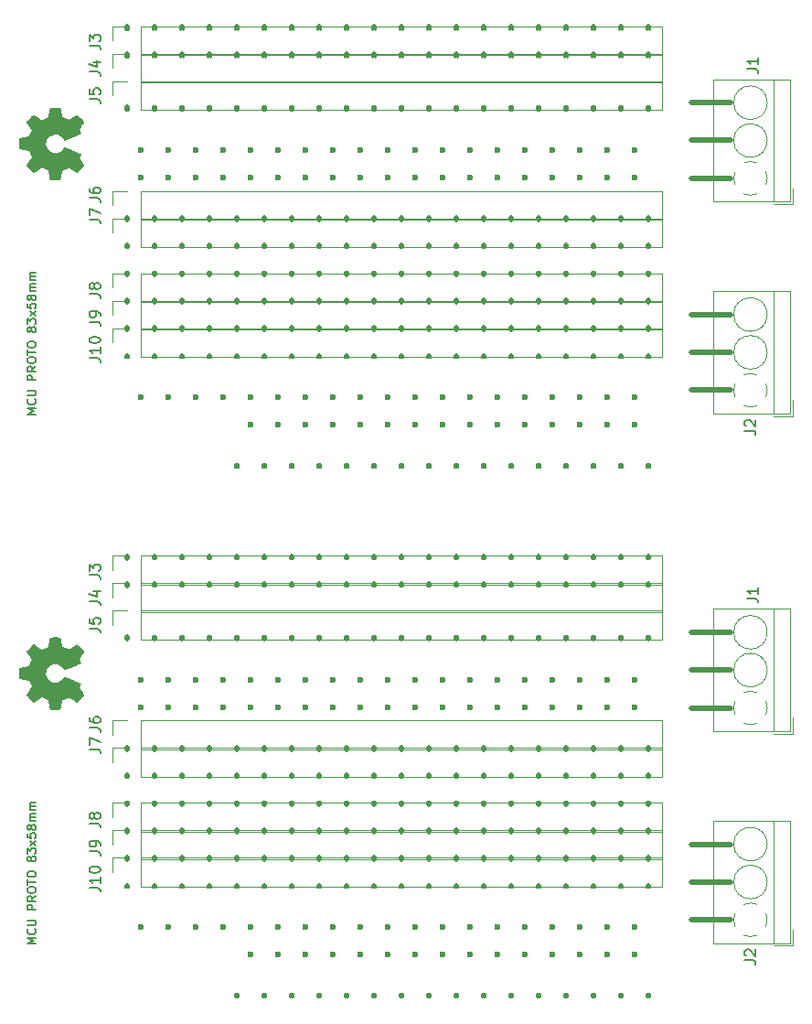
<source format=gbr>
G04 #@! TF.GenerationSoftware,KiCad,Pcbnew,5.1.5+dfsg1-2build2*
G04 #@! TF.CreationDate,2022-02-15T22:38:24-05:00*
G04 #@! TF.ProjectId,,58585858-5858-4585-9858-585858585858,rev?*
G04 #@! TF.SameCoordinates,Original*
G04 #@! TF.FileFunction,Legend,Top*
G04 #@! TF.FilePolarity,Positive*
%FSLAX46Y46*%
G04 Gerber Fmt 4.6, Leading zero omitted, Abs format (unit mm)*
G04 Created by KiCad (PCBNEW 5.1.5+dfsg1-2build2) date 2022-02-15 22:38:24*
%MOMM*%
%LPD*%
G04 APERTURE LIST*
%ADD10C,0.500000*%
%ADD11C,0.150000*%
%ADD12C,0.120000*%
%ADD13C,0.010000*%
%ADD14C,2.102000*%
%ADD15R,1.802000X1.802000*%
%ADD16O,1.802000X1.802000*%
%ADD17C,3.102000*%
%ADD18R,2.502000X2.502000*%
%ADD19C,2.502000*%
%ADD20C,2.100980*%
G04 APERTURE END LIST*
D10*
X176861600Y-89754300D02*
X173242100Y-89754300D01*
X176861600Y-93246800D02*
X173242100Y-93246800D01*
X176861600Y-96752000D02*
X173242100Y-96752000D01*
X176861600Y-109363100D02*
X173242100Y-109363100D01*
X176861600Y-112842900D02*
X173242100Y-112842900D01*
X176861600Y-116335400D02*
X173242100Y-116335400D01*
D11*
X112564504Y-118569780D02*
X111764504Y-118569780D01*
X112335933Y-118303114D01*
X111764504Y-118036447D01*
X112564504Y-118036447D01*
X112488314Y-117198352D02*
X112526409Y-117236447D01*
X112564504Y-117350733D01*
X112564504Y-117426923D01*
X112526409Y-117541209D01*
X112450219Y-117617400D01*
X112374028Y-117655495D01*
X112221647Y-117693590D01*
X112107361Y-117693590D01*
X111954980Y-117655495D01*
X111878790Y-117617400D01*
X111802600Y-117541209D01*
X111764504Y-117426923D01*
X111764504Y-117350733D01*
X111802600Y-117236447D01*
X111840695Y-117198352D01*
X111764504Y-116855495D02*
X112412123Y-116855495D01*
X112488314Y-116817400D01*
X112526409Y-116779304D01*
X112564504Y-116703114D01*
X112564504Y-116550733D01*
X112526409Y-116474542D01*
X112488314Y-116436447D01*
X112412123Y-116398352D01*
X111764504Y-116398352D01*
X112564504Y-115407876D02*
X111764504Y-115407876D01*
X111764504Y-115103114D01*
X111802600Y-115026923D01*
X111840695Y-114988828D01*
X111916885Y-114950733D01*
X112031171Y-114950733D01*
X112107361Y-114988828D01*
X112145457Y-115026923D01*
X112183552Y-115103114D01*
X112183552Y-115407876D01*
X112564504Y-114150733D02*
X112183552Y-114417400D01*
X112564504Y-114607876D02*
X111764504Y-114607876D01*
X111764504Y-114303114D01*
X111802600Y-114226923D01*
X111840695Y-114188828D01*
X111916885Y-114150733D01*
X112031171Y-114150733D01*
X112107361Y-114188828D01*
X112145457Y-114226923D01*
X112183552Y-114303114D01*
X112183552Y-114607876D01*
X111764504Y-113655495D02*
X111764504Y-113503114D01*
X111802600Y-113426923D01*
X111878790Y-113350733D01*
X112031171Y-113312638D01*
X112297838Y-113312638D01*
X112450219Y-113350733D01*
X112526409Y-113426923D01*
X112564504Y-113503114D01*
X112564504Y-113655495D01*
X112526409Y-113731685D01*
X112450219Y-113807876D01*
X112297838Y-113845971D01*
X112031171Y-113845971D01*
X111878790Y-113807876D01*
X111802600Y-113731685D01*
X111764504Y-113655495D01*
X111764504Y-113084066D02*
X111764504Y-112626923D01*
X112564504Y-112855495D02*
X111764504Y-112855495D01*
X111764504Y-112207876D02*
X111764504Y-112055495D01*
X111802600Y-111979304D01*
X111878790Y-111903114D01*
X112031171Y-111865019D01*
X112297838Y-111865019D01*
X112450219Y-111903114D01*
X112526409Y-111979304D01*
X112564504Y-112055495D01*
X112564504Y-112207876D01*
X112526409Y-112284066D01*
X112450219Y-112360257D01*
X112297838Y-112398352D01*
X112031171Y-112398352D01*
X111878790Y-112360257D01*
X111802600Y-112284066D01*
X111764504Y-112207876D01*
X112107361Y-110798352D02*
X112069266Y-110874542D01*
X112031171Y-110912638D01*
X111954980Y-110950733D01*
X111916885Y-110950733D01*
X111840695Y-110912638D01*
X111802600Y-110874542D01*
X111764504Y-110798352D01*
X111764504Y-110645971D01*
X111802600Y-110569780D01*
X111840695Y-110531685D01*
X111916885Y-110493590D01*
X111954980Y-110493590D01*
X112031171Y-110531685D01*
X112069266Y-110569780D01*
X112107361Y-110645971D01*
X112107361Y-110798352D01*
X112145457Y-110874542D01*
X112183552Y-110912638D01*
X112259742Y-110950733D01*
X112412123Y-110950733D01*
X112488314Y-110912638D01*
X112526409Y-110874542D01*
X112564504Y-110798352D01*
X112564504Y-110645971D01*
X112526409Y-110569780D01*
X112488314Y-110531685D01*
X112412123Y-110493590D01*
X112259742Y-110493590D01*
X112183552Y-110531685D01*
X112145457Y-110569780D01*
X112107361Y-110645971D01*
X111764504Y-110226923D02*
X111764504Y-109731685D01*
X112069266Y-109998352D01*
X112069266Y-109884066D01*
X112107361Y-109807876D01*
X112145457Y-109769780D01*
X112221647Y-109731685D01*
X112412123Y-109731685D01*
X112488314Y-109769780D01*
X112526409Y-109807876D01*
X112564504Y-109884066D01*
X112564504Y-110112638D01*
X112526409Y-110188828D01*
X112488314Y-110226923D01*
X112564504Y-109465019D02*
X112031171Y-109045971D01*
X112031171Y-109465019D02*
X112564504Y-109045971D01*
X111764504Y-108360257D02*
X111764504Y-108741209D01*
X112145457Y-108779304D01*
X112107361Y-108741209D01*
X112069266Y-108665019D01*
X112069266Y-108474542D01*
X112107361Y-108398352D01*
X112145457Y-108360257D01*
X112221647Y-108322161D01*
X112412123Y-108322161D01*
X112488314Y-108360257D01*
X112526409Y-108398352D01*
X112564504Y-108474542D01*
X112564504Y-108665019D01*
X112526409Y-108741209D01*
X112488314Y-108779304D01*
X112107361Y-107865019D02*
X112069266Y-107941209D01*
X112031171Y-107979304D01*
X111954980Y-108017400D01*
X111916885Y-108017400D01*
X111840695Y-107979304D01*
X111802600Y-107941209D01*
X111764504Y-107865019D01*
X111764504Y-107712638D01*
X111802600Y-107636447D01*
X111840695Y-107598352D01*
X111916885Y-107560257D01*
X111954980Y-107560257D01*
X112031171Y-107598352D01*
X112069266Y-107636447D01*
X112107361Y-107712638D01*
X112107361Y-107865019D01*
X112145457Y-107941209D01*
X112183552Y-107979304D01*
X112259742Y-108017400D01*
X112412123Y-108017400D01*
X112488314Y-107979304D01*
X112526409Y-107941209D01*
X112564504Y-107865019D01*
X112564504Y-107712638D01*
X112526409Y-107636447D01*
X112488314Y-107598352D01*
X112412123Y-107560257D01*
X112259742Y-107560257D01*
X112183552Y-107598352D01*
X112145457Y-107636447D01*
X112107361Y-107712638D01*
X112564504Y-107217400D02*
X112031171Y-107217400D01*
X112107361Y-107217400D02*
X112069266Y-107179304D01*
X112031171Y-107103114D01*
X112031171Y-106988828D01*
X112069266Y-106912638D01*
X112145457Y-106874542D01*
X112564504Y-106874542D01*
X112145457Y-106874542D02*
X112069266Y-106836447D01*
X112031171Y-106760257D01*
X112031171Y-106645971D01*
X112069266Y-106569780D01*
X112145457Y-106531685D01*
X112564504Y-106531685D01*
X112564504Y-106150733D02*
X112031171Y-106150733D01*
X112107361Y-106150733D02*
X112069266Y-106112638D01*
X112031171Y-106036447D01*
X112031171Y-105922161D01*
X112069266Y-105845971D01*
X112145457Y-105807876D01*
X112564504Y-105807876D01*
X112145457Y-105807876D02*
X112069266Y-105769780D01*
X112031171Y-105693590D01*
X112031171Y-105579304D01*
X112069266Y-105503114D01*
X112145457Y-105465019D01*
X112564504Y-105465019D01*
D10*
X120968900Y-82705800D02*
X120968900Y-82921700D01*
X123508900Y-82705800D02*
X123508900Y-82921700D01*
X126048900Y-82705800D02*
X126048900Y-82921700D01*
X128588900Y-82705800D02*
X128588900Y-82921700D01*
X131128900Y-82705800D02*
X131128900Y-82921700D01*
X133668900Y-82705800D02*
X133668900Y-82921700D01*
X136208900Y-82705800D02*
X136208900Y-82921700D01*
X138748900Y-82705800D02*
X138748900Y-82921700D01*
X141288900Y-82705800D02*
X141288900Y-82921700D01*
X143828900Y-82705800D02*
X143828900Y-82921700D01*
X146368900Y-82705800D02*
X146368900Y-82921700D01*
X148908900Y-82705800D02*
X148908900Y-82921700D01*
X151448900Y-82705800D02*
X151448900Y-82921700D01*
X153988900Y-82705800D02*
X153988900Y-82921700D01*
X156528900Y-82705800D02*
X156528900Y-82921700D01*
X159068900Y-82705800D02*
X159068900Y-82921700D01*
X161608900Y-82705800D02*
X161608900Y-82921700D01*
X164148900Y-82705800D02*
X164148900Y-82921700D01*
X166688900Y-82705800D02*
X166688900Y-82921700D01*
X169228900Y-82705800D02*
X169228900Y-82921700D01*
X120968900Y-85245800D02*
X120968900Y-85461700D01*
X123508900Y-85245800D02*
X123508900Y-85461700D01*
X126048900Y-85245800D02*
X126048900Y-85461700D01*
X128588900Y-85245800D02*
X128588900Y-85461700D01*
X131128900Y-85245800D02*
X131128900Y-85461700D01*
X133668900Y-85245800D02*
X133668900Y-85461700D01*
X136208900Y-85245800D02*
X136208900Y-85461700D01*
X138748900Y-85245800D02*
X138748900Y-85461700D01*
X141288900Y-85245800D02*
X141288900Y-85461700D01*
X143828900Y-85245800D02*
X143828900Y-85461700D01*
X146368900Y-85245800D02*
X146368900Y-85461700D01*
X148908900Y-85245800D02*
X148908900Y-85461700D01*
X151448900Y-85245800D02*
X151448900Y-85461700D01*
X153988900Y-85245800D02*
X153988900Y-85461700D01*
X156528900Y-85245800D02*
X156528900Y-85461700D01*
X159068900Y-85245800D02*
X159068900Y-85461700D01*
X161608900Y-85245800D02*
X161608900Y-85461700D01*
X164148900Y-85245800D02*
X164148900Y-85461700D01*
X166688900Y-85245800D02*
X166688900Y-85461700D01*
X169228900Y-85245800D02*
X169228900Y-85461700D01*
X120968900Y-113173100D02*
X120968900Y-113389000D01*
X123508900Y-113173100D02*
X123508900Y-113389000D01*
X126048900Y-113173100D02*
X126048900Y-113389000D01*
X128588900Y-113173100D02*
X128588900Y-113389000D01*
X131128900Y-113173100D02*
X131128900Y-113389000D01*
X133668900Y-113173100D02*
X133668900Y-113389000D01*
X136208900Y-113173100D02*
X136208900Y-113389000D01*
X138748900Y-113173100D02*
X138748900Y-113389000D01*
X141288900Y-113173100D02*
X141288900Y-113389000D01*
X143828900Y-113173100D02*
X143828900Y-113389000D01*
X146368900Y-113173100D02*
X146368900Y-113389000D01*
X148908900Y-113173100D02*
X148908900Y-113389000D01*
X151448900Y-113173100D02*
X151448900Y-113389000D01*
X153988900Y-113173100D02*
X153988900Y-113389000D01*
X156528900Y-113173100D02*
X156528900Y-113389000D01*
X159068900Y-113173100D02*
X159068900Y-113389000D01*
X161608900Y-113173100D02*
X161608900Y-113389000D01*
X164148900Y-113173100D02*
X164148900Y-113389000D01*
X166688900Y-113173100D02*
X166688900Y-113389000D01*
X169228900Y-113173100D02*
X169228900Y-113389000D01*
X131141600Y-123269600D02*
X131141600Y-123485500D01*
X133681600Y-123269600D02*
X133681600Y-123485500D01*
X136221600Y-123269600D02*
X136221600Y-123485500D01*
X138761600Y-123269600D02*
X138761600Y-123485500D01*
X141301600Y-123269600D02*
X141301600Y-123485500D01*
X143841600Y-123269600D02*
X143841600Y-123485500D01*
X146381600Y-123269600D02*
X146381600Y-123485500D01*
X148921600Y-123269600D02*
X148921600Y-123485500D01*
X151461600Y-123269600D02*
X151461600Y-123485500D01*
X154001600Y-123269600D02*
X154001600Y-123485500D01*
X156541600Y-123269600D02*
X156541600Y-123485500D01*
X159081600Y-123269600D02*
X159081600Y-123485500D01*
X161621600Y-123269600D02*
X161621600Y-123485500D01*
X164161600Y-123269600D02*
X164161600Y-123485500D01*
X166701600Y-123269600D02*
X166701600Y-123485500D01*
X169241600Y-123269600D02*
X169241600Y-123485500D01*
X132513200Y-119561200D02*
X132297300Y-119561200D01*
X135053200Y-119561200D02*
X134837300Y-119561200D01*
X137593200Y-119561200D02*
X137377300Y-119561200D01*
X140133200Y-119561200D02*
X139917300Y-119561200D01*
X142673200Y-119561200D02*
X142457300Y-119561200D01*
X145213200Y-119561200D02*
X144997300Y-119561200D01*
X147753200Y-119561200D02*
X147537300Y-119561200D01*
X150293200Y-119561200D02*
X150077300Y-119561200D01*
X152833200Y-119561200D02*
X152617300Y-119561200D01*
X155373200Y-119561200D02*
X155157300Y-119561200D01*
X157913200Y-119561200D02*
X157697300Y-119561200D01*
X160453200Y-119561200D02*
X160237300Y-119561200D01*
X162993200Y-119561200D02*
X162777300Y-119561200D01*
X165533200Y-119561200D02*
X165317300Y-119561200D01*
X168073200Y-119561200D02*
X167857300Y-119561200D01*
X122353200Y-117033900D02*
X122137300Y-117033900D01*
X124893200Y-117033900D02*
X124677300Y-117033900D01*
X127433200Y-117033900D02*
X127217300Y-117033900D01*
X129973200Y-117033900D02*
X129757300Y-117033900D01*
X132513200Y-117033900D02*
X132297300Y-117033900D01*
X135053200Y-117033900D02*
X134837300Y-117033900D01*
X137593200Y-117033900D02*
X137377300Y-117033900D01*
X140133200Y-117033900D02*
X139917300Y-117033900D01*
X142673200Y-117033900D02*
X142457300Y-117033900D01*
X145213200Y-117033900D02*
X144997300Y-117033900D01*
X147753200Y-117033900D02*
X147537300Y-117033900D01*
X150293200Y-117033900D02*
X150077300Y-117033900D01*
X152833200Y-117033900D02*
X152617300Y-117033900D01*
X155373200Y-117033900D02*
X155157300Y-117033900D01*
X157913200Y-117033900D02*
X157697300Y-117033900D01*
X160453200Y-117033900D02*
X160237300Y-117033900D01*
X162993200Y-117033900D02*
X162777300Y-117033900D01*
X165533200Y-117033900D02*
X165317300Y-117033900D01*
X168073200Y-117033900D02*
X167857300Y-117033900D01*
X122353200Y-96701200D02*
X122137300Y-96701200D01*
X124893200Y-96701200D02*
X124677300Y-96701200D01*
X127433200Y-96701200D02*
X127217300Y-96701200D01*
X129973200Y-96701200D02*
X129757300Y-96701200D01*
X132513200Y-96701200D02*
X132297300Y-96701200D01*
X135053200Y-96701200D02*
X134837300Y-96701200D01*
X137593200Y-96701200D02*
X137377300Y-96701200D01*
X140133200Y-96701200D02*
X139917300Y-96701200D01*
X142673200Y-96701200D02*
X142457300Y-96701200D01*
X145213200Y-96701200D02*
X144997300Y-96701200D01*
X147753200Y-96701200D02*
X147537300Y-96701200D01*
X150293200Y-96701200D02*
X150077300Y-96701200D01*
X152833200Y-96701200D02*
X152617300Y-96701200D01*
X155373200Y-96701200D02*
X155157300Y-96701200D01*
X157913200Y-96701200D02*
X157697300Y-96701200D01*
X160453200Y-96701200D02*
X160237300Y-96701200D01*
X162993200Y-96701200D02*
X162777300Y-96701200D01*
X165533200Y-96701200D02*
X165317300Y-96701200D01*
X168073200Y-96701200D02*
X167857300Y-96701200D01*
X120968900Y-100390500D02*
X120968900Y-100606400D01*
X123508900Y-100390500D02*
X123508900Y-100606400D01*
X126048900Y-100390500D02*
X126048900Y-100606400D01*
X128588900Y-100390500D02*
X128588900Y-100606400D01*
X131128900Y-100390500D02*
X131128900Y-100606400D01*
X133668900Y-100390500D02*
X133668900Y-100606400D01*
X136208900Y-100390500D02*
X136208900Y-100606400D01*
X138748900Y-100390500D02*
X138748900Y-100606400D01*
X141288900Y-100390500D02*
X141288900Y-100606400D01*
X143828900Y-100390500D02*
X143828900Y-100606400D01*
X146368900Y-100390500D02*
X146368900Y-100606400D01*
X148908900Y-100390500D02*
X148908900Y-100606400D01*
X151448900Y-100390500D02*
X151448900Y-100606400D01*
X153988900Y-100390500D02*
X153988900Y-100606400D01*
X156528900Y-100390500D02*
X156528900Y-100606400D01*
X159068900Y-100390500D02*
X159068900Y-100606400D01*
X161608900Y-100390500D02*
X161608900Y-100606400D01*
X164148900Y-100390500D02*
X164148900Y-100606400D01*
X166688900Y-100390500D02*
X166688900Y-100606400D01*
X169228900Y-100390500D02*
X169228900Y-100606400D01*
X120968900Y-102930500D02*
X120968900Y-103146400D01*
X123508900Y-102930500D02*
X123508900Y-103146400D01*
X126048900Y-102930500D02*
X126048900Y-103146400D01*
X128588900Y-102930500D02*
X128588900Y-103146400D01*
X131128900Y-102930500D02*
X131128900Y-103146400D01*
X133668900Y-102930500D02*
X133668900Y-103146400D01*
X136208900Y-102930500D02*
X136208900Y-103146400D01*
X138748900Y-102930500D02*
X138748900Y-103146400D01*
X141288900Y-102930500D02*
X141288900Y-103146400D01*
X143828900Y-102930500D02*
X143828900Y-103146400D01*
X146368900Y-102930500D02*
X146368900Y-103146400D01*
X148908900Y-102930500D02*
X148908900Y-103146400D01*
X151448900Y-102930500D02*
X151448900Y-103146400D01*
X153988900Y-102930500D02*
X153988900Y-103146400D01*
X156528900Y-102930500D02*
X156528900Y-103146400D01*
X159068900Y-102930500D02*
X159068900Y-103146400D01*
X161608900Y-102930500D02*
X161608900Y-103146400D01*
X164148900Y-102930500D02*
X164148900Y-103146400D01*
X166688900Y-102930500D02*
X166688900Y-103146400D01*
X169228900Y-102930500D02*
X169228900Y-103146400D01*
X120968900Y-105470500D02*
X120968900Y-105686400D01*
X123508900Y-105470500D02*
X123508900Y-105686400D01*
X126048900Y-105470500D02*
X126048900Y-105686400D01*
X128588900Y-105470500D02*
X128588900Y-105686400D01*
X131128900Y-105470500D02*
X131128900Y-105686400D01*
X133668900Y-105470500D02*
X133668900Y-105686400D01*
X136208900Y-105470500D02*
X136208900Y-105686400D01*
X138748900Y-105470500D02*
X138748900Y-105686400D01*
X141288900Y-105470500D02*
X141288900Y-105686400D01*
X143828900Y-105470500D02*
X143828900Y-105686400D01*
X146368900Y-105470500D02*
X146368900Y-105686400D01*
X148908900Y-105470500D02*
X148908900Y-105686400D01*
X151448900Y-105470500D02*
X151448900Y-105686400D01*
X153988900Y-105470500D02*
X153988900Y-105686400D01*
X156528900Y-105470500D02*
X156528900Y-105686400D01*
X159068900Y-105470500D02*
X159068900Y-105686400D01*
X161608900Y-105470500D02*
X161608900Y-105686400D01*
X164148900Y-105470500D02*
X164148900Y-105686400D01*
X166688900Y-105470500D02*
X166688900Y-105686400D01*
X169228900Y-105470500D02*
X169228900Y-105686400D01*
X120968900Y-108010500D02*
X120968900Y-108226400D01*
X123508900Y-108010500D02*
X123508900Y-108226400D01*
X126048900Y-108010500D02*
X126048900Y-108226400D01*
X128588900Y-108010500D02*
X128588900Y-108226400D01*
X131128900Y-108010500D02*
X131128900Y-108226400D01*
X133668900Y-108010500D02*
X133668900Y-108226400D01*
X136208900Y-108010500D02*
X136208900Y-108226400D01*
X138748900Y-108010500D02*
X138748900Y-108226400D01*
X141288900Y-108010500D02*
X141288900Y-108226400D01*
X143828900Y-108010500D02*
X143828900Y-108226400D01*
X146368900Y-108010500D02*
X146368900Y-108226400D01*
X148908900Y-108010500D02*
X148908900Y-108226400D01*
X151448900Y-108010500D02*
X151448900Y-108226400D01*
X153988900Y-108010500D02*
X153988900Y-108226400D01*
X156528900Y-108010500D02*
X156528900Y-108226400D01*
X159068900Y-108010500D02*
X159068900Y-108226400D01*
X161608900Y-108010500D02*
X161608900Y-108226400D01*
X164148900Y-108010500D02*
X164148900Y-108226400D01*
X166688900Y-108010500D02*
X166688900Y-108226400D01*
X169228900Y-108010500D02*
X169228900Y-108226400D01*
X120968900Y-110550500D02*
X120968900Y-110766400D01*
X123508900Y-110550500D02*
X123508900Y-110766400D01*
X126048900Y-110550500D02*
X126048900Y-110766400D01*
X128588900Y-110550500D02*
X128588900Y-110766400D01*
X131128900Y-110550500D02*
X131128900Y-110766400D01*
X133668900Y-110550500D02*
X133668900Y-110766400D01*
X136208900Y-110550500D02*
X136208900Y-110766400D01*
X138748900Y-110550500D02*
X138748900Y-110766400D01*
X141288900Y-110550500D02*
X141288900Y-110766400D01*
X143828900Y-110550500D02*
X143828900Y-110766400D01*
X146368900Y-110550500D02*
X146368900Y-110766400D01*
X148908900Y-110550500D02*
X148908900Y-110766400D01*
X151448900Y-110550500D02*
X151448900Y-110766400D01*
X153988900Y-110550500D02*
X153988900Y-110766400D01*
X156528900Y-110550500D02*
X156528900Y-110766400D01*
X159068900Y-110550500D02*
X159068900Y-110766400D01*
X161608900Y-110550500D02*
X161608900Y-110766400D01*
X164148900Y-110550500D02*
X164148900Y-110766400D01*
X166688900Y-110550500D02*
X166688900Y-110766400D01*
X169228900Y-110550500D02*
X169228900Y-110766400D01*
X120968900Y-90173400D02*
X120968900Y-90389300D01*
X123508900Y-90173400D02*
X123508900Y-90389300D01*
X126048900Y-90173400D02*
X126048900Y-90389300D01*
X128588900Y-90173400D02*
X128588900Y-90389300D01*
X131128900Y-90173400D02*
X131128900Y-90389300D01*
X133668900Y-90173400D02*
X133668900Y-90389300D01*
X136208900Y-90173400D02*
X136208900Y-90389300D01*
X138748900Y-90173400D02*
X138748900Y-90389300D01*
X141288900Y-90173400D02*
X141288900Y-90389300D01*
X143828900Y-90173400D02*
X143828900Y-90389300D01*
X146368900Y-90173400D02*
X146368900Y-90389300D01*
X148908900Y-90173400D02*
X148908900Y-90389300D01*
X151448900Y-90173400D02*
X151448900Y-90389300D01*
X153988900Y-90173400D02*
X153988900Y-90389300D01*
X156528900Y-90173400D02*
X156528900Y-90389300D01*
X159068900Y-90173400D02*
X159068900Y-90389300D01*
X161608900Y-90173400D02*
X161608900Y-90389300D01*
X164148900Y-90173400D02*
X164148900Y-90389300D01*
X166688900Y-90173400D02*
X166688900Y-90389300D01*
X169228900Y-90173400D02*
X169228900Y-90389300D01*
X122356500Y-94163100D02*
X122140600Y-94163100D01*
X124896500Y-94163100D02*
X124680600Y-94163100D01*
X127436500Y-94163100D02*
X127220600Y-94163100D01*
X129976500Y-94163100D02*
X129760600Y-94163100D01*
X132516500Y-94163100D02*
X132300600Y-94163100D01*
X135056500Y-94163100D02*
X134840600Y-94163100D01*
X137596500Y-94163100D02*
X137380600Y-94163100D01*
X140136500Y-94163100D02*
X139920600Y-94163100D01*
X142676500Y-94163100D02*
X142460600Y-94163100D01*
X145216500Y-94163100D02*
X145000600Y-94163100D01*
X147756500Y-94163100D02*
X147540600Y-94163100D01*
X150296500Y-94163100D02*
X150080600Y-94163100D01*
X152836500Y-94163100D02*
X152620600Y-94163100D01*
X155376500Y-94163100D02*
X155160600Y-94163100D01*
X157916500Y-94163100D02*
X157700600Y-94163100D01*
X160456500Y-94163100D02*
X160240600Y-94163100D01*
X162996500Y-94163100D02*
X162780600Y-94163100D01*
X165536500Y-94163100D02*
X165320600Y-94163100D01*
X168076500Y-94163100D02*
X167860600Y-94163100D01*
X168076500Y-45163100D02*
X167860600Y-45163100D01*
X165536500Y-45163100D02*
X165320600Y-45163100D01*
X162996500Y-45163100D02*
X162780600Y-45163100D01*
X160456500Y-45163100D02*
X160240600Y-45163100D01*
X157916500Y-45163100D02*
X157700600Y-45163100D01*
X155376500Y-45163100D02*
X155160600Y-45163100D01*
X152836500Y-45163100D02*
X152620600Y-45163100D01*
X150296500Y-45163100D02*
X150080600Y-45163100D01*
X147756500Y-45163100D02*
X147540600Y-45163100D01*
X145216500Y-45163100D02*
X145000600Y-45163100D01*
X142676500Y-45163100D02*
X142460600Y-45163100D01*
X140136500Y-45163100D02*
X139920600Y-45163100D01*
X137596500Y-45163100D02*
X137380600Y-45163100D01*
X135056500Y-45163100D02*
X134840600Y-45163100D01*
X132516500Y-45163100D02*
X132300600Y-45163100D01*
X129976500Y-45163100D02*
X129760600Y-45163100D01*
X127436500Y-45163100D02*
X127220600Y-45163100D01*
X124896500Y-45163100D02*
X124680600Y-45163100D01*
X122356500Y-45163100D02*
X122140600Y-45163100D01*
X169228900Y-41173400D02*
X169228900Y-41389300D01*
X166688900Y-41173400D02*
X166688900Y-41389300D01*
X164148900Y-41173400D02*
X164148900Y-41389300D01*
X161608900Y-41173400D02*
X161608900Y-41389300D01*
X159068900Y-41173400D02*
X159068900Y-41389300D01*
X156528900Y-41173400D02*
X156528900Y-41389300D01*
X153988900Y-41173400D02*
X153988900Y-41389300D01*
X151448900Y-41173400D02*
X151448900Y-41389300D01*
X148908900Y-41173400D02*
X148908900Y-41389300D01*
X146368900Y-41173400D02*
X146368900Y-41389300D01*
X143828900Y-41173400D02*
X143828900Y-41389300D01*
X141288900Y-41173400D02*
X141288900Y-41389300D01*
X138748900Y-41173400D02*
X138748900Y-41389300D01*
X136208900Y-41173400D02*
X136208900Y-41389300D01*
X133668900Y-41173400D02*
X133668900Y-41389300D01*
X131128900Y-41173400D02*
X131128900Y-41389300D01*
X128588900Y-41173400D02*
X128588900Y-41389300D01*
X126048900Y-41173400D02*
X126048900Y-41389300D01*
X123508900Y-41173400D02*
X123508900Y-41389300D01*
X120968900Y-41173400D02*
X120968900Y-41389300D01*
X169228900Y-61550500D02*
X169228900Y-61766400D01*
X166688900Y-61550500D02*
X166688900Y-61766400D01*
X164148900Y-61550500D02*
X164148900Y-61766400D01*
X161608900Y-61550500D02*
X161608900Y-61766400D01*
X159068900Y-61550500D02*
X159068900Y-61766400D01*
X156528900Y-61550500D02*
X156528900Y-61766400D01*
X153988900Y-61550500D02*
X153988900Y-61766400D01*
X151448900Y-61550500D02*
X151448900Y-61766400D01*
X148908900Y-61550500D02*
X148908900Y-61766400D01*
X146368900Y-61550500D02*
X146368900Y-61766400D01*
X143828900Y-61550500D02*
X143828900Y-61766400D01*
X141288900Y-61550500D02*
X141288900Y-61766400D01*
X138748900Y-61550500D02*
X138748900Y-61766400D01*
X136208900Y-61550500D02*
X136208900Y-61766400D01*
X133668900Y-61550500D02*
X133668900Y-61766400D01*
X131128900Y-61550500D02*
X131128900Y-61766400D01*
X128588900Y-61550500D02*
X128588900Y-61766400D01*
X126048900Y-61550500D02*
X126048900Y-61766400D01*
X123508900Y-61550500D02*
X123508900Y-61766400D01*
X120968900Y-61550500D02*
X120968900Y-61766400D01*
X169228900Y-59010500D02*
X169228900Y-59226400D01*
X166688900Y-59010500D02*
X166688900Y-59226400D01*
X164148900Y-59010500D02*
X164148900Y-59226400D01*
X161608900Y-59010500D02*
X161608900Y-59226400D01*
X159068900Y-59010500D02*
X159068900Y-59226400D01*
X156528900Y-59010500D02*
X156528900Y-59226400D01*
X153988900Y-59010500D02*
X153988900Y-59226400D01*
X151448900Y-59010500D02*
X151448900Y-59226400D01*
X148908900Y-59010500D02*
X148908900Y-59226400D01*
X146368900Y-59010500D02*
X146368900Y-59226400D01*
X143828900Y-59010500D02*
X143828900Y-59226400D01*
X141288900Y-59010500D02*
X141288900Y-59226400D01*
X138748900Y-59010500D02*
X138748900Y-59226400D01*
X136208900Y-59010500D02*
X136208900Y-59226400D01*
X133668900Y-59010500D02*
X133668900Y-59226400D01*
X131128900Y-59010500D02*
X131128900Y-59226400D01*
X128588900Y-59010500D02*
X128588900Y-59226400D01*
X126048900Y-59010500D02*
X126048900Y-59226400D01*
X123508900Y-59010500D02*
X123508900Y-59226400D01*
X120968900Y-59010500D02*
X120968900Y-59226400D01*
X169228900Y-56470500D02*
X169228900Y-56686400D01*
X166688900Y-56470500D02*
X166688900Y-56686400D01*
X164148900Y-56470500D02*
X164148900Y-56686400D01*
X161608900Y-56470500D02*
X161608900Y-56686400D01*
X159068900Y-56470500D02*
X159068900Y-56686400D01*
X156528900Y-56470500D02*
X156528900Y-56686400D01*
X153988900Y-56470500D02*
X153988900Y-56686400D01*
X151448900Y-56470500D02*
X151448900Y-56686400D01*
X148908900Y-56470500D02*
X148908900Y-56686400D01*
X146368900Y-56470500D02*
X146368900Y-56686400D01*
X143828900Y-56470500D02*
X143828900Y-56686400D01*
X141288900Y-56470500D02*
X141288900Y-56686400D01*
X138748900Y-56470500D02*
X138748900Y-56686400D01*
X136208900Y-56470500D02*
X136208900Y-56686400D01*
X133668900Y-56470500D02*
X133668900Y-56686400D01*
X131128900Y-56470500D02*
X131128900Y-56686400D01*
X128588900Y-56470500D02*
X128588900Y-56686400D01*
X126048900Y-56470500D02*
X126048900Y-56686400D01*
X123508900Y-56470500D02*
X123508900Y-56686400D01*
X120968900Y-56470500D02*
X120968900Y-56686400D01*
X169228900Y-53930500D02*
X169228900Y-54146400D01*
X166688900Y-53930500D02*
X166688900Y-54146400D01*
X164148900Y-53930500D02*
X164148900Y-54146400D01*
X161608900Y-53930500D02*
X161608900Y-54146400D01*
X159068900Y-53930500D02*
X159068900Y-54146400D01*
X156528900Y-53930500D02*
X156528900Y-54146400D01*
X153988900Y-53930500D02*
X153988900Y-54146400D01*
X151448900Y-53930500D02*
X151448900Y-54146400D01*
X148908900Y-53930500D02*
X148908900Y-54146400D01*
X146368900Y-53930500D02*
X146368900Y-54146400D01*
X143828900Y-53930500D02*
X143828900Y-54146400D01*
X141288900Y-53930500D02*
X141288900Y-54146400D01*
X138748900Y-53930500D02*
X138748900Y-54146400D01*
X136208900Y-53930500D02*
X136208900Y-54146400D01*
X133668900Y-53930500D02*
X133668900Y-54146400D01*
X131128900Y-53930500D02*
X131128900Y-54146400D01*
X128588900Y-53930500D02*
X128588900Y-54146400D01*
X126048900Y-53930500D02*
X126048900Y-54146400D01*
X123508900Y-53930500D02*
X123508900Y-54146400D01*
X120968900Y-53930500D02*
X120968900Y-54146400D01*
X169228900Y-51390500D02*
X169228900Y-51606400D01*
X166688900Y-51390500D02*
X166688900Y-51606400D01*
X164148900Y-51390500D02*
X164148900Y-51606400D01*
X161608900Y-51390500D02*
X161608900Y-51606400D01*
X159068900Y-51390500D02*
X159068900Y-51606400D01*
X156528900Y-51390500D02*
X156528900Y-51606400D01*
X153988900Y-51390500D02*
X153988900Y-51606400D01*
X151448900Y-51390500D02*
X151448900Y-51606400D01*
X148908900Y-51390500D02*
X148908900Y-51606400D01*
X146368900Y-51390500D02*
X146368900Y-51606400D01*
X143828900Y-51390500D02*
X143828900Y-51606400D01*
X141288900Y-51390500D02*
X141288900Y-51606400D01*
X138748900Y-51390500D02*
X138748900Y-51606400D01*
X136208900Y-51390500D02*
X136208900Y-51606400D01*
X133668900Y-51390500D02*
X133668900Y-51606400D01*
X131128900Y-51390500D02*
X131128900Y-51606400D01*
X128588900Y-51390500D02*
X128588900Y-51606400D01*
X126048900Y-51390500D02*
X126048900Y-51606400D01*
X123508900Y-51390500D02*
X123508900Y-51606400D01*
X120968900Y-51390500D02*
X120968900Y-51606400D01*
X168073200Y-47701200D02*
X167857300Y-47701200D01*
X165533200Y-47701200D02*
X165317300Y-47701200D01*
X162993200Y-47701200D02*
X162777300Y-47701200D01*
X160453200Y-47701200D02*
X160237300Y-47701200D01*
X157913200Y-47701200D02*
X157697300Y-47701200D01*
X155373200Y-47701200D02*
X155157300Y-47701200D01*
X152833200Y-47701200D02*
X152617300Y-47701200D01*
X150293200Y-47701200D02*
X150077300Y-47701200D01*
X147753200Y-47701200D02*
X147537300Y-47701200D01*
X145213200Y-47701200D02*
X144997300Y-47701200D01*
X142673200Y-47701200D02*
X142457300Y-47701200D01*
X140133200Y-47701200D02*
X139917300Y-47701200D01*
X137593200Y-47701200D02*
X137377300Y-47701200D01*
X135053200Y-47701200D02*
X134837300Y-47701200D01*
X132513200Y-47701200D02*
X132297300Y-47701200D01*
X129973200Y-47701200D02*
X129757300Y-47701200D01*
X127433200Y-47701200D02*
X127217300Y-47701200D01*
X124893200Y-47701200D02*
X124677300Y-47701200D01*
X122353200Y-47701200D02*
X122137300Y-47701200D01*
X168073200Y-68033900D02*
X167857300Y-68033900D01*
X165533200Y-68033900D02*
X165317300Y-68033900D01*
X162993200Y-68033900D02*
X162777300Y-68033900D01*
X160453200Y-68033900D02*
X160237300Y-68033900D01*
X157913200Y-68033900D02*
X157697300Y-68033900D01*
X155373200Y-68033900D02*
X155157300Y-68033900D01*
X152833200Y-68033900D02*
X152617300Y-68033900D01*
X150293200Y-68033900D02*
X150077300Y-68033900D01*
X147753200Y-68033900D02*
X147537300Y-68033900D01*
X145213200Y-68033900D02*
X144997300Y-68033900D01*
X142673200Y-68033900D02*
X142457300Y-68033900D01*
X140133200Y-68033900D02*
X139917300Y-68033900D01*
X137593200Y-68033900D02*
X137377300Y-68033900D01*
X135053200Y-68033900D02*
X134837300Y-68033900D01*
X132513200Y-68033900D02*
X132297300Y-68033900D01*
X129973200Y-68033900D02*
X129757300Y-68033900D01*
X127433200Y-68033900D02*
X127217300Y-68033900D01*
X124893200Y-68033900D02*
X124677300Y-68033900D01*
X122353200Y-68033900D02*
X122137300Y-68033900D01*
X168073200Y-70561200D02*
X167857300Y-70561200D01*
X165533200Y-70561200D02*
X165317300Y-70561200D01*
X162993200Y-70561200D02*
X162777300Y-70561200D01*
X160453200Y-70561200D02*
X160237300Y-70561200D01*
X157913200Y-70561200D02*
X157697300Y-70561200D01*
X155373200Y-70561200D02*
X155157300Y-70561200D01*
X152833200Y-70561200D02*
X152617300Y-70561200D01*
X150293200Y-70561200D02*
X150077300Y-70561200D01*
X147753200Y-70561200D02*
X147537300Y-70561200D01*
X145213200Y-70561200D02*
X144997300Y-70561200D01*
X142673200Y-70561200D02*
X142457300Y-70561200D01*
X140133200Y-70561200D02*
X139917300Y-70561200D01*
X137593200Y-70561200D02*
X137377300Y-70561200D01*
X135053200Y-70561200D02*
X134837300Y-70561200D01*
X132513200Y-70561200D02*
X132297300Y-70561200D01*
X169241600Y-74269600D02*
X169241600Y-74485500D01*
X166701600Y-74269600D02*
X166701600Y-74485500D01*
X164161600Y-74269600D02*
X164161600Y-74485500D01*
X161621600Y-74269600D02*
X161621600Y-74485500D01*
X159081600Y-74269600D02*
X159081600Y-74485500D01*
X156541600Y-74269600D02*
X156541600Y-74485500D01*
X154001600Y-74269600D02*
X154001600Y-74485500D01*
X151461600Y-74269600D02*
X151461600Y-74485500D01*
X148921600Y-74269600D02*
X148921600Y-74485500D01*
X146381600Y-74269600D02*
X146381600Y-74485500D01*
X143841600Y-74269600D02*
X143841600Y-74485500D01*
X141301600Y-74269600D02*
X141301600Y-74485500D01*
X138761600Y-74269600D02*
X138761600Y-74485500D01*
X136221600Y-74269600D02*
X136221600Y-74485500D01*
X133681600Y-74269600D02*
X133681600Y-74485500D01*
X131141600Y-74269600D02*
X131141600Y-74485500D01*
X169228900Y-64173100D02*
X169228900Y-64389000D01*
X166688900Y-64173100D02*
X166688900Y-64389000D01*
X164148900Y-64173100D02*
X164148900Y-64389000D01*
X161608900Y-64173100D02*
X161608900Y-64389000D01*
X159068900Y-64173100D02*
X159068900Y-64389000D01*
X156528900Y-64173100D02*
X156528900Y-64389000D01*
X153988900Y-64173100D02*
X153988900Y-64389000D01*
X151448900Y-64173100D02*
X151448900Y-64389000D01*
X148908900Y-64173100D02*
X148908900Y-64389000D01*
X146368900Y-64173100D02*
X146368900Y-64389000D01*
X143828900Y-64173100D02*
X143828900Y-64389000D01*
X141288900Y-64173100D02*
X141288900Y-64389000D01*
X138748900Y-64173100D02*
X138748900Y-64389000D01*
X136208900Y-64173100D02*
X136208900Y-64389000D01*
X133668900Y-64173100D02*
X133668900Y-64389000D01*
X131128900Y-64173100D02*
X131128900Y-64389000D01*
X128588900Y-64173100D02*
X128588900Y-64389000D01*
X126048900Y-64173100D02*
X126048900Y-64389000D01*
X123508900Y-64173100D02*
X123508900Y-64389000D01*
X120968900Y-64173100D02*
X120968900Y-64389000D01*
X169228900Y-36245800D02*
X169228900Y-36461700D01*
X166688900Y-36245800D02*
X166688900Y-36461700D01*
X164148900Y-36245800D02*
X164148900Y-36461700D01*
X161608900Y-36245800D02*
X161608900Y-36461700D01*
X159068900Y-36245800D02*
X159068900Y-36461700D01*
X156528900Y-36245800D02*
X156528900Y-36461700D01*
X153988900Y-36245800D02*
X153988900Y-36461700D01*
X151448900Y-36245800D02*
X151448900Y-36461700D01*
X148908900Y-36245800D02*
X148908900Y-36461700D01*
X146368900Y-36245800D02*
X146368900Y-36461700D01*
X143828900Y-36245800D02*
X143828900Y-36461700D01*
X141288900Y-36245800D02*
X141288900Y-36461700D01*
X138748900Y-36245800D02*
X138748900Y-36461700D01*
X136208900Y-36245800D02*
X136208900Y-36461700D01*
X133668900Y-36245800D02*
X133668900Y-36461700D01*
X131128900Y-36245800D02*
X131128900Y-36461700D01*
X128588900Y-36245800D02*
X128588900Y-36461700D01*
X126048900Y-36245800D02*
X126048900Y-36461700D01*
X123508900Y-36245800D02*
X123508900Y-36461700D01*
X120968900Y-36245800D02*
X120968900Y-36461700D01*
X169228900Y-33705800D02*
X169228900Y-33921700D01*
X166688900Y-33705800D02*
X166688900Y-33921700D01*
X164148900Y-33705800D02*
X164148900Y-33921700D01*
X161608900Y-33705800D02*
X161608900Y-33921700D01*
X159068900Y-33705800D02*
X159068900Y-33921700D01*
X156528900Y-33705800D02*
X156528900Y-33921700D01*
X153988900Y-33705800D02*
X153988900Y-33921700D01*
X151448900Y-33705800D02*
X151448900Y-33921700D01*
X148908900Y-33705800D02*
X148908900Y-33921700D01*
X146368900Y-33705800D02*
X146368900Y-33921700D01*
X143828900Y-33705800D02*
X143828900Y-33921700D01*
X141288900Y-33705800D02*
X141288900Y-33921700D01*
X138748900Y-33705800D02*
X138748900Y-33921700D01*
X136208900Y-33705800D02*
X136208900Y-33921700D01*
X133668900Y-33705800D02*
X133668900Y-33921700D01*
X131128900Y-33705800D02*
X131128900Y-33921700D01*
X128588900Y-33705800D02*
X128588900Y-33921700D01*
X126048900Y-33705800D02*
X126048900Y-33921700D01*
X123508900Y-33705800D02*
X123508900Y-33921700D01*
X120968900Y-33705800D02*
X120968900Y-33921700D01*
D11*
X112564504Y-69569780D02*
X111764504Y-69569780D01*
X112335933Y-69303114D01*
X111764504Y-69036447D01*
X112564504Y-69036447D01*
X112488314Y-68198352D02*
X112526409Y-68236447D01*
X112564504Y-68350733D01*
X112564504Y-68426923D01*
X112526409Y-68541209D01*
X112450219Y-68617400D01*
X112374028Y-68655495D01*
X112221647Y-68693590D01*
X112107361Y-68693590D01*
X111954980Y-68655495D01*
X111878790Y-68617400D01*
X111802600Y-68541209D01*
X111764504Y-68426923D01*
X111764504Y-68350733D01*
X111802600Y-68236447D01*
X111840695Y-68198352D01*
X111764504Y-67855495D02*
X112412123Y-67855495D01*
X112488314Y-67817400D01*
X112526409Y-67779304D01*
X112564504Y-67703114D01*
X112564504Y-67550733D01*
X112526409Y-67474542D01*
X112488314Y-67436447D01*
X112412123Y-67398352D01*
X111764504Y-67398352D01*
X112564504Y-66407876D02*
X111764504Y-66407876D01*
X111764504Y-66103114D01*
X111802600Y-66026923D01*
X111840695Y-65988828D01*
X111916885Y-65950733D01*
X112031171Y-65950733D01*
X112107361Y-65988828D01*
X112145457Y-66026923D01*
X112183552Y-66103114D01*
X112183552Y-66407876D01*
X112564504Y-65150733D02*
X112183552Y-65417400D01*
X112564504Y-65607876D02*
X111764504Y-65607876D01*
X111764504Y-65303114D01*
X111802600Y-65226923D01*
X111840695Y-65188828D01*
X111916885Y-65150733D01*
X112031171Y-65150733D01*
X112107361Y-65188828D01*
X112145457Y-65226923D01*
X112183552Y-65303114D01*
X112183552Y-65607876D01*
X111764504Y-64655495D02*
X111764504Y-64503114D01*
X111802600Y-64426923D01*
X111878790Y-64350733D01*
X112031171Y-64312638D01*
X112297838Y-64312638D01*
X112450219Y-64350733D01*
X112526409Y-64426923D01*
X112564504Y-64503114D01*
X112564504Y-64655495D01*
X112526409Y-64731685D01*
X112450219Y-64807876D01*
X112297838Y-64845971D01*
X112031171Y-64845971D01*
X111878790Y-64807876D01*
X111802600Y-64731685D01*
X111764504Y-64655495D01*
X111764504Y-64084066D02*
X111764504Y-63626923D01*
X112564504Y-63855495D02*
X111764504Y-63855495D01*
X111764504Y-63207876D02*
X111764504Y-63055495D01*
X111802600Y-62979304D01*
X111878790Y-62903114D01*
X112031171Y-62865019D01*
X112297838Y-62865019D01*
X112450219Y-62903114D01*
X112526409Y-62979304D01*
X112564504Y-63055495D01*
X112564504Y-63207876D01*
X112526409Y-63284066D01*
X112450219Y-63360257D01*
X112297838Y-63398352D01*
X112031171Y-63398352D01*
X111878790Y-63360257D01*
X111802600Y-63284066D01*
X111764504Y-63207876D01*
X112107361Y-61798352D02*
X112069266Y-61874542D01*
X112031171Y-61912638D01*
X111954980Y-61950733D01*
X111916885Y-61950733D01*
X111840695Y-61912638D01*
X111802600Y-61874542D01*
X111764504Y-61798352D01*
X111764504Y-61645971D01*
X111802600Y-61569780D01*
X111840695Y-61531685D01*
X111916885Y-61493590D01*
X111954980Y-61493590D01*
X112031171Y-61531685D01*
X112069266Y-61569780D01*
X112107361Y-61645971D01*
X112107361Y-61798352D01*
X112145457Y-61874542D01*
X112183552Y-61912638D01*
X112259742Y-61950733D01*
X112412123Y-61950733D01*
X112488314Y-61912638D01*
X112526409Y-61874542D01*
X112564504Y-61798352D01*
X112564504Y-61645971D01*
X112526409Y-61569780D01*
X112488314Y-61531685D01*
X112412123Y-61493590D01*
X112259742Y-61493590D01*
X112183552Y-61531685D01*
X112145457Y-61569780D01*
X112107361Y-61645971D01*
X111764504Y-61226923D02*
X111764504Y-60731685D01*
X112069266Y-60998352D01*
X112069266Y-60884066D01*
X112107361Y-60807876D01*
X112145457Y-60769780D01*
X112221647Y-60731685D01*
X112412123Y-60731685D01*
X112488314Y-60769780D01*
X112526409Y-60807876D01*
X112564504Y-60884066D01*
X112564504Y-61112638D01*
X112526409Y-61188828D01*
X112488314Y-61226923D01*
X112564504Y-60465019D02*
X112031171Y-60045971D01*
X112031171Y-60465019D02*
X112564504Y-60045971D01*
X111764504Y-59360257D02*
X111764504Y-59741209D01*
X112145457Y-59779304D01*
X112107361Y-59741209D01*
X112069266Y-59665019D01*
X112069266Y-59474542D01*
X112107361Y-59398352D01*
X112145457Y-59360257D01*
X112221647Y-59322161D01*
X112412123Y-59322161D01*
X112488314Y-59360257D01*
X112526409Y-59398352D01*
X112564504Y-59474542D01*
X112564504Y-59665019D01*
X112526409Y-59741209D01*
X112488314Y-59779304D01*
X112107361Y-58865019D02*
X112069266Y-58941209D01*
X112031171Y-58979304D01*
X111954980Y-59017400D01*
X111916885Y-59017400D01*
X111840695Y-58979304D01*
X111802600Y-58941209D01*
X111764504Y-58865019D01*
X111764504Y-58712638D01*
X111802600Y-58636447D01*
X111840695Y-58598352D01*
X111916885Y-58560257D01*
X111954980Y-58560257D01*
X112031171Y-58598352D01*
X112069266Y-58636447D01*
X112107361Y-58712638D01*
X112107361Y-58865019D01*
X112145457Y-58941209D01*
X112183552Y-58979304D01*
X112259742Y-59017400D01*
X112412123Y-59017400D01*
X112488314Y-58979304D01*
X112526409Y-58941209D01*
X112564504Y-58865019D01*
X112564504Y-58712638D01*
X112526409Y-58636447D01*
X112488314Y-58598352D01*
X112412123Y-58560257D01*
X112259742Y-58560257D01*
X112183552Y-58598352D01*
X112145457Y-58636447D01*
X112107361Y-58712638D01*
X112564504Y-58217400D02*
X112031171Y-58217400D01*
X112107361Y-58217400D02*
X112069266Y-58179304D01*
X112031171Y-58103114D01*
X112031171Y-57988828D01*
X112069266Y-57912638D01*
X112145457Y-57874542D01*
X112564504Y-57874542D01*
X112145457Y-57874542D02*
X112069266Y-57836447D01*
X112031171Y-57760257D01*
X112031171Y-57645971D01*
X112069266Y-57569780D01*
X112145457Y-57531685D01*
X112564504Y-57531685D01*
X112564504Y-57150733D02*
X112031171Y-57150733D01*
X112107361Y-57150733D02*
X112069266Y-57112638D01*
X112031171Y-57036447D01*
X112031171Y-56922161D01*
X112069266Y-56845971D01*
X112145457Y-56807876D01*
X112564504Y-56807876D01*
X112145457Y-56807876D02*
X112069266Y-56769780D01*
X112031171Y-56693590D01*
X112031171Y-56579304D01*
X112069266Y-56503114D01*
X112145457Y-56465019D01*
X112564504Y-56465019D01*
D10*
X176861600Y-67335400D02*
X173242100Y-67335400D01*
X176861600Y-63842900D02*
X173242100Y-63842900D01*
X176861600Y-60363100D02*
X173242100Y-60363100D01*
X176861600Y-47752000D02*
X173242100Y-47752000D01*
X176861600Y-44246800D02*
X173242100Y-44246800D01*
X176861600Y-40754300D02*
X173242100Y-40754300D01*
D12*
X122253500Y-100573100D02*
X122253500Y-97913100D01*
X122253500Y-100573100D02*
X170573500Y-100573100D01*
X170573500Y-100573100D02*
X170573500Y-97913100D01*
X122253500Y-97913100D02*
X170573500Y-97913100D01*
X119653500Y-97913100D02*
X120983500Y-97913100D01*
X119653500Y-99243100D02*
X119653500Y-97913100D01*
X122253500Y-87873100D02*
X122253500Y-85213100D01*
X122253500Y-87873100D02*
X170573500Y-87873100D01*
X170573500Y-87873100D02*
X170573500Y-85213100D01*
X122253500Y-85213100D02*
X170573500Y-85213100D01*
X119653500Y-85213100D02*
X120983500Y-85213100D01*
X119653500Y-86543100D02*
X119653500Y-85213100D01*
X180154885Y-96145513D02*
G75*
G02X180278500Y-96753100I-1431385J-607587D01*
G01*
X178115758Y-95320991D02*
G75*
G02X179331500Y-95321100I607742J-1432109D01*
G01*
X177291391Y-97360842D02*
G75*
G02X177291500Y-96145100I1432109J607742D01*
G01*
X179331242Y-98185209D02*
G75*
G02X178115500Y-98185100I-607742J1432109D01*
G01*
X180278992Y-96726089D02*
G75*
G02X180155500Y-97361100I-1555492J-27011D01*
G01*
X180278500Y-93253100D02*
G75*
G03X180278500Y-93253100I-1555000J0D01*
G01*
X180278500Y-89753100D02*
G75*
G03X180278500Y-89753100I-1555000J0D01*
G01*
X180823500Y-98913100D02*
X180823500Y-87593100D01*
X175263500Y-98913100D02*
X175263500Y-87593100D01*
X182383500Y-98913100D02*
X182383500Y-87593100D01*
X175263500Y-98913100D02*
X182383500Y-98913100D01*
X175263500Y-87593100D02*
X182383500Y-87593100D01*
X180883500Y-99153100D02*
X182623500Y-99153100D01*
X182623500Y-99153100D02*
X182623500Y-97653100D01*
D13*
G36*
X111476831Y-92983086D02*
G01*
X111921455Y-92899265D01*
X112048953Y-92589980D01*
X112176451Y-92280694D01*
X111924146Y-91909654D01*
X111853896Y-91805743D01*
X111791172Y-91711813D01*
X111738838Y-91632248D01*
X111699757Y-91571430D01*
X111676793Y-91533743D01*
X111671842Y-91523479D01*
X111684576Y-91504990D01*
X111719782Y-91465480D01*
X111772962Y-91409378D01*
X111839618Y-91341113D01*
X111915254Y-91265114D01*
X111995372Y-91185808D01*
X112075474Y-91107625D01*
X112151064Y-91034993D01*
X112217645Y-90972341D01*
X112270718Y-90924097D01*
X112305787Y-90894690D01*
X112317523Y-90887659D01*
X112339160Y-90897777D01*
X112386562Y-90926141D01*
X112455093Y-90969771D01*
X112540115Y-91025682D01*
X112636993Y-91090894D01*
X112692250Y-91128681D01*
X112793148Y-91197557D01*
X112884199Y-91258760D01*
X112960870Y-91309322D01*
X113018628Y-91346272D01*
X113052943Y-91366642D01*
X113060154Y-91369703D01*
X113080648Y-91362764D01*
X113128413Y-91343849D01*
X113196732Y-91315813D01*
X113278889Y-91281509D01*
X113368170Y-91243791D01*
X113457858Y-91205513D01*
X113541238Y-91169530D01*
X113611594Y-91138694D01*
X113662210Y-91115861D01*
X113686371Y-91103883D01*
X113687322Y-91103176D01*
X113691936Y-91084369D01*
X113702228Y-91034282D01*
X113717187Y-90958107D01*
X113735801Y-90861035D01*
X113757059Y-90748257D01*
X113769318Y-90682458D01*
X113792262Y-90561950D01*
X113814095Y-90453103D01*
X113833622Y-90361424D01*
X113849648Y-90292419D01*
X113860979Y-90251596D01*
X113864574Y-90243389D01*
X113888906Y-90235352D01*
X113943859Y-90228867D01*
X114023008Y-90223930D01*
X114119926Y-90220536D01*
X114228187Y-90218682D01*
X114341365Y-90218362D01*
X114453035Y-90219573D01*
X114556768Y-90222310D01*
X114646141Y-90226569D01*
X114714726Y-90232345D01*
X114756097Y-90239633D01*
X114764710Y-90244005D01*
X114775033Y-90270136D01*
X114789792Y-90325507D01*
X114807252Y-90402793D01*
X114825680Y-90494670D01*
X114831641Y-90526742D01*
X114859966Y-90681376D01*
X114882776Y-90803525D01*
X114900980Y-90897227D01*
X114915483Y-90966516D01*
X114927192Y-91015429D01*
X114937015Y-91048003D01*
X114945856Y-91068272D01*
X114954624Y-91080274D01*
X114956357Y-91081953D01*
X114984271Y-91098716D01*
X115038595Y-91124286D01*
X115112677Y-91156112D01*
X115199865Y-91191640D01*
X115293508Y-91228317D01*
X115386952Y-91263589D01*
X115473547Y-91294904D01*
X115546640Y-91319707D01*
X115599578Y-91335446D01*
X115625711Y-91339568D01*
X115626626Y-91339224D01*
X115647986Y-91325259D01*
X115694984Y-91293578D01*
X115762727Y-91247509D01*
X115846323Y-91190382D01*
X115940882Y-91125527D01*
X115967754Y-91107057D01*
X116065175Y-91041201D01*
X116154063Y-90983250D01*
X116229312Y-90936362D01*
X116285820Y-90903693D01*
X116318481Y-90888400D01*
X116322493Y-90887659D01*
X116343584Y-90900508D01*
X116385364Y-90936012D01*
X116443345Y-90989607D01*
X116513035Y-91056729D01*
X116589945Y-91132813D01*
X116669583Y-91213296D01*
X116747461Y-91293613D01*
X116819086Y-91369201D01*
X116879970Y-91435495D01*
X116925621Y-91487931D01*
X116951550Y-91521945D01*
X116955783Y-91531355D01*
X116945812Y-91553257D01*
X116918920Y-91598100D01*
X116879636Y-91658579D01*
X116848017Y-91705111D01*
X116789998Y-91789425D01*
X116721684Y-91889274D01*
X116653479Y-91989427D01*
X116616975Y-92043273D01*
X116493700Y-92225529D01*
X116576420Y-92378519D01*
X116612659Y-92448218D01*
X116640826Y-92507486D01*
X116656891Y-92547589D01*
X116659126Y-92557797D01*
X116642622Y-92570071D01*
X116595982Y-92594287D01*
X116523509Y-92628637D01*
X116429506Y-92671312D01*
X116318274Y-92720506D01*
X116194115Y-92774410D01*
X116061332Y-92831216D01*
X115924227Y-92889118D01*
X115787102Y-92946307D01*
X115654258Y-93000976D01*
X115529998Y-93051316D01*
X115418625Y-93095520D01*
X115324439Y-93131781D01*
X115251744Y-93158291D01*
X115204841Y-93173242D01*
X115188733Y-93175646D01*
X115168186Y-93156589D01*
X115134833Y-93114864D01*
X115095602Y-93059194D01*
X115092499Y-93054522D01*
X114977323Y-92910636D01*
X114842953Y-92794617D01*
X114693684Y-92707470D01*
X114533813Y-92650201D01*
X114367637Y-92623814D01*
X114199452Y-92629315D01*
X114033555Y-92667710D01*
X113874242Y-92740005D01*
X113839387Y-92761274D01*
X113698637Y-92871904D01*
X113585614Y-93002598D01*
X113500903Y-93148836D01*
X113445094Y-93306092D01*
X113418774Y-93469843D01*
X113422530Y-93635567D01*
X113456950Y-93798738D01*
X113522623Y-93954835D01*
X113620135Y-94099333D01*
X113659713Y-94144031D01*
X113783603Y-94257788D01*
X113914024Y-94340682D01*
X114060215Y-94397544D01*
X114204988Y-94429213D01*
X114367760Y-94437031D01*
X114531340Y-94410962D01*
X114690198Y-94353655D01*
X114838806Y-94267756D01*
X114971635Y-94155914D01*
X115083156Y-94020777D01*
X115094911Y-94003017D01*
X115133408Y-93946750D01*
X115166763Y-93903977D01*
X115188060Y-93883528D01*
X115188733Y-93883231D01*
X115211771Y-93887621D01*
X115264057Y-93905024D01*
X115341290Y-93933632D01*
X115439168Y-93971635D01*
X115553391Y-94017226D01*
X115679658Y-94068597D01*
X115813667Y-94123938D01*
X115951118Y-94181442D01*
X116087708Y-94239299D01*
X116219137Y-94295702D01*
X116341105Y-94348842D01*
X116449309Y-94396910D01*
X116539449Y-94438099D01*
X116607223Y-94470599D01*
X116648330Y-94492603D01*
X116659126Y-94501464D01*
X116650719Y-94528540D01*
X116628172Y-94579203D01*
X116595513Y-94644717D01*
X116576420Y-94680741D01*
X116493700Y-94833732D01*
X116616975Y-95015988D01*
X116680128Y-95109025D01*
X116749627Y-95210885D01*
X116815065Y-95306338D01*
X116848017Y-95354150D01*
X116893173Y-95421395D01*
X116928957Y-95478336D01*
X116950838Y-95517546D01*
X116955463Y-95530281D01*
X116942985Y-95548817D01*
X116908152Y-95589841D01*
X116854578Y-95649375D01*
X116785883Y-95723442D01*
X116705681Y-95808065D01*
X116654186Y-95861585D01*
X116562186Y-95955219D01*
X116479899Y-96036141D01*
X116410845Y-96101077D01*
X116358544Y-96146758D01*
X116326516Y-96169911D01*
X116320016Y-96172132D01*
X116295294Y-96161824D01*
X116245305Y-96133339D01*
X116175112Y-96089837D01*
X116089775Y-96034477D01*
X115994356Y-95970420D01*
X115967754Y-95952203D01*
X115871067Y-95885827D01*
X115784017Y-95826278D01*
X115711495Y-95776884D01*
X115658393Y-95740975D01*
X115629603Y-95721881D01*
X115626626Y-95720036D01*
X115603682Y-95722795D01*
X115553236Y-95737438D01*
X115481941Y-95761413D01*
X115396447Y-95792166D01*
X115303407Y-95827144D01*
X115209474Y-95863793D01*
X115121299Y-95899561D01*
X115045534Y-95931894D01*
X114988831Y-95958238D01*
X114957843Y-95976042D01*
X114956357Y-95977307D01*
X114947501Y-95988194D01*
X114938743Y-96006582D01*
X114929177Y-96036506D01*
X114917896Y-96082003D01*
X114903993Y-96147109D01*
X114886563Y-96235861D01*
X114864698Y-96352293D01*
X114837491Y-96500442D01*
X114831641Y-96532518D01*
X114813274Y-96627586D01*
X114795305Y-96710465D01*
X114779469Y-96773830D01*
X114767500Y-96810358D01*
X114764710Y-96815256D01*
X114739972Y-96823327D01*
X114684690Y-96829887D01*
X114605289Y-96834933D01*
X114508196Y-96838459D01*
X114399838Y-96840461D01*
X114286640Y-96840936D01*
X114175028Y-96839877D01*
X114071429Y-96837282D01*
X113982268Y-96833146D01*
X113913972Y-96827463D01*
X113872966Y-96820231D01*
X113864574Y-96815871D01*
X113856108Y-96791598D01*
X113842335Y-96736326D01*
X113824450Y-96655562D01*
X113803648Y-96554812D01*
X113781123Y-96439583D01*
X113769318Y-96376802D01*
X113747051Y-96257687D01*
X113726879Y-96151465D01*
X113709815Y-96063327D01*
X113696869Y-95998466D01*
X113689055Y-95962074D01*
X113687322Y-95956084D01*
X113667790Y-95945961D01*
X113620743Y-95924562D01*
X113552903Y-95894739D01*
X113470991Y-95859345D01*
X113381728Y-95821232D01*
X113291835Y-95783253D01*
X113208035Y-95748260D01*
X113137047Y-95719106D01*
X113085594Y-95698643D01*
X113060397Y-95689723D01*
X113059296Y-95689557D01*
X113039419Y-95699669D01*
X112993677Y-95728017D01*
X112926617Y-95771623D01*
X112842784Y-95827506D01*
X112746726Y-95892687D01*
X112691550Y-95930579D01*
X112590381Y-95999625D01*
X112498530Y-96060950D01*
X112420644Y-96111563D01*
X112361369Y-96148471D01*
X112325351Y-96168682D01*
X112317277Y-96171601D01*
X112298484Y-96159053D01*
X112258357Y-96124363D01*
X112201393Y-96071963D01*
X112132085Y-96006284D01*
X112054931Y-95931756D01*
X111974425Y-95852813D01*
X111895063Y-95773883D01*
X111821340Y-95699400D01*
X111757752Y-95633794D01*
X111708794Y-95581496D01*
X111678961Y-95546939D01*
X111671842Y-95535378D01*
X111681853Y-95516554D01*
X111709978Y-95471531D01*
X111753354Y-95404687D01*
X111809118Y-95320399D01*
X111874406Y-95223044D01*
X111924146Y-95149607D01*
X112176451Y-94778567D01*
X111921455Y-94159995D01*
X111476831Y-94076175D01*
X111032207Y-93992354D01*
X111032207Y-93066906D01*
X111476831Y-92983086D01*
G37*
X111476831Y-92983086D02*
X111921455Y-92899265D01*
X112048953Y-92589980D01*
X112176451Y-92280694D01*
X111924146Y-91909654D01*
X111853896Y-91805743D01*
X111791172Y-91711813D01*
X111738838Y-91632248D01*
X111699757Y-91571430D01*
X111676793Y-91533743D01*
X111671842Y-91523479D01*
X111684576Y-91504990D01*
X111719782Y-91465480D01*
X111772962Y-91409378D01*
X111839618Y-91341113D01*
X111915254Y-91265114D01*
X111995372Y-91185808D01*
X112075474Y-91107625D01*
X112151064Y-91034993D01*
X112217645Y-90972341D01*
X112270718Y-90924097D01*
X112305787Y-90894690D01*
X112317523Y-90887659D01*
X112339160Y-90897777D01*
X112386562Y-90926141D01*
X112455093Y-90969771D01*
X112540115Y-91025682D01*
X112636993Y-91090894D01*
X112692250Y-91128681D01*
X112793148Y-91197557D01*
X112884199Y-91258760D01*
X112960870Y-91309322D01*
X113018628Y-91346272D01*
X113052943Y-91366642D01*
X113060154Y-91369703D01*
X113080648Y-91362764D01*
X113128413Y-91343849D01*
X113196732Y-91315813D01*
X113278889Y-91281509D01*
X113368170Y-91243791D01*
X113457858Y-91205513D01*
X113541238Y-91169530D01*
X113611594Y-91138694D01*
X113662210Y-91115861D01*
X113686371Y-91103883D01*
X113687322Y-91103176D01*
X113691936Y-91084369D01*
X113702228Y-91034282D01*
X113717187Y-90958107D01*
X113735801Y-90861035D01*
X113757059Y-90748257D01*
X113769318Y-90682458D01*
X113792262Y-90561950D01*
X113814095Y-90453103D01*
X113833622Y-90361424D01*
X113849648Y-90292419D01*
X113860979Y-90251596D01*
X113864574Y-90243389D01*
X113888906Y-90235352D01*
X113943859Y-90228867D01*
X114023008Y-90223930D01*
X114119926Y-90220536D01*
X114228187Y-90218682D01*
X114341365Y-90218362D01*
X114453035Y-90219573D01*
X114556768Y-90222310D01*
X114646141Y-90226569D01*
X114714726Y-90232345D01*
X114756097Y-90239633D01*
X114764710Y-90244005D01*
X114775033Y-90270136D01*
X114789792Y-90325507D01*
X114807252Y-90402793D01*
X114825680Y-90494670D01*
X114831641Y-90526742D01*
X114859966Y-90681376D01*
X114882776Y-90803525D01*
X114900980Y-90897227D01*
X114915483Y-90966516D01*
X114927192Y-91015429D01*
X114937015Y-91048003D01*
X114945856Y-91068272D01*
X114954624Y-91080274D01*
X114956357Y-91081953D01*
X114984271Y-91098716D01*
X115038595Y-91124286D01*
X115112677Y-91156112D01*
X115199865Y-91191640D01*
X115293508Y-91228317D01*
X115386952Y-91263589D01*
X115473547Y-91294904D01*
X115546640Y-91319707D01*
X115599578Y-91335446D01*
X115625711Y-91339568D01*
X115626626Y-91339224D01*
X115647986Y-91325259D01*
X115694984Y-91293578D01*
X115762727Y-91247509D01*
X115846323Y-91190382D01*
X115940882Y-91125527D01*
X115967754Y-91107057D01*
X116065175Y-91041201D01*
X116154063Y-90983250D01*
X116229312Y-90936362D01*
X116285820Y-90903693D01*
X116318481Y-90888400D01*
X116322493Y-90887659D01*
X116343584Y-90900508D01*
X116385364Y-90936012D01*
X116443345Y-90989607D01*
X116513035Y-91056729D01*
X116589945Y-91132813D01*
X116669583Y-91213296D01*
X116747461Y-91293613D01*
X116819086Y-91369201D01*
X116879970Y-91435495D01*
X116925621Y-91487931D01*
X116951550Y-91521945D01*
X116955783Y-91531355D01*
X116945812Y-91553257D01*
X116918920Y-91598100D01*
X116879636Y-91658579D01*
X116848017Y-91705111D01*
X116789998Y-91789425D01*
X116721684Y-91889274D01*
X116653479Y-91989427D01*
X116616975Y-92043273D01*
X116493700Y-92225529D01*
X116576420Y-92378519D01*
X116612659Y-92448218D01*
X116640826Y-92507486D01*
X116656891Y-92547589D01*
X116659126Y-92557797D01*
X116642622Y-92570071D01*
X116595982Y-92594287D01*
X116523509Y-92628637D01*
X116429506Y-92671312D01*
X116318274Y-92720506D01*
X116194115Y-92774410D01*
X116061332Y-92831216D01*
X115924227Y-92889118D01*
X115787102Y-92946307D01*
X115654258Y-93000976D01*
X115529998Y-93051316D01*
X115418625Y-93095520D01*
X115324439Y-93131781D01*
X115251744Y-93158291D01*
X115204841Y-93173242D01*
X115188733Y-93175646D01*
X115168186Y-93156589D01*
X115134833Y-93114864D01*
X115095602Y-93059194D01*
X115092499Y-93054522D01*
X114977323Y-92910636D01*
X114842953Y-92794617D01*
X114693684Y-92707470D01*
X114533813Y-92650201D01*
X114367637Y-92623814D01*
X114199452Y-92629315D01*
X114033555Y-92667710D01*
X113874242Y-92740005D01*
X113839387Y-92761274D01*
X113698637Y-92871904D01*
X113585614Y-93002598D01*
X113500903Y-93148836D01*
X113445094Y-93306092D01*
X113418774Y-93469843D01*
X113422530Y-93635567D01*
X113456950Y-93798738D01*
X113522623Y-93954835D01*
X113620135Y-94099333D01*
X113659713Y-94144031D01*
X113783603Y-94257788D01*
X113914024Y-94340682D01*
X114060215Y-94397544D01*
X114204988Y-94429213D01*
X114367760Y-94437031D01*
X114531340Y-94410962D01*
X114690198Y-94353655D01*
X114838806Y-94267756D01*
X114971635Y-94155914D01*
X115083156Y-94020777D01*
X115094911Y-94003017D01*
X115133408Y-93946750D01*
X115166763Y-93903977D01*
X115188060Y-93883528D01*
X115188733Y-93883231D01*
X115211771Y-93887621D01*
X115264057Y-93905024D01*
X115341290Y-93933632D01*
X115439168Y-93971635D01*
X115553391Y-94017226D01*
X115679658Y-94068597D01*
X115813667Y-94123938D01*
X115951118Y-94181442D01*
X116087708Y-94239299D01*
X116219137Y-94295702D01*
X116341105Y-94348842D01*
X116449309Y-94396910D01*
X116539449Y-94438099D01*
X116607223Y-94470599D01*
X116648330Y-94492603D01*
X116659126Y-94501464D01*
X116650719Y-94528540D01*
X116628172Y-94579203D01*
X116595513Y-94644717D01*
X116576420Y-94680741D01*
X116493700Y-94833732D01*
X116616975Y-95015988D01*
X116680128Y-95109025D01*
X116749627Y-95210885D01*
X116815065Y-95306338D01*
X116848017Y-95354150D01*
X116893173Y-95421395D01*
X116928957Y-95478336D01*
X116950838Y-95517546D01*
X116955463Y-95530281D01*
X116942985Y-95548817D01*
X116908152Y-95589841D01*
X116854578Y-95649375D01*
X116785883Y-95723442D01*
X116705681Y-95808065D01*
X116654186Y-95861585D01*
X116562186Y-95955219D01*
X116479899Y-96036141D01*
X116410845Y-96101077D01*
X116358544Y-96146758D01*
X116326516Y-96169911D01*
X116320016Y-96172132D01*
X116295294Y-96161824D01*
X116245305Y-96133339D01*
X116175112Y-96089837D01*
X116089775Y-96034477D01*
X115994356Y-95970420D01*
X115967754Y-95952203D01*
X115871067Y-95885827D01*
X115784017Y-95826278D01*
X115711495Y-95776884D01*
X115658393Y-95740975D01*
X115629603Y-95721881D01*
X115626626Y-95720036D01*
X115603682Y-95722795D01*
X115553236Y-95737438D01*
X115481941Y-95761413D01*
X115396447Y-95792166D01*
X115303407Y-95827144D01*
X115209474Y-95863793D01*
X115121299Y-95899561D01*
X115045534Y-95931894D01*
X114988831Y-95958238D01*
X114957843Y-95976042D01*
X114956357Y-95977307D01*
X114947501Y-95988194D01*
X114938743Y-96006582D01*
X114929177Y-96036506D01*
X114917896Y-96082003D01*
X114903993Y-96147109D01*
X114886563Y-96235861D01*
X114864698Y-96352293D01*
X114837491Y-96500442D01*
X114831641Y-96532518D01*
X114813274Y-96627586D01*
X114795305Y-96710465D01*
X114779469Y-96773830D01*
X114767500Y-96810358D01*
X114764710Y-96815256D01*
X114739972Y-96823327D01*
X114684690Y-96829887D01*
X114605289Y-96834933D01*
X114508196Y-96838459D01*
X114399838Y-96840461D01*
X114286640Y-96840936D01*
X114175028Y-96839877D01*
X114071429Y-96837282D01*
X113982268Y-96833146D01*
X113913972Y-96827463D01*
X113872966Y-96820231D01*
X113864574Y-96815871D01*
X113856108Y-96791598D01*
X113842335Y-96736326D01*
X113824450Y-96655562D01*
X113803648Y-96554812D01*
X113781123Y-96439583D01*
X113769318Y-96376802D01*
X113747051Y-96257687D01*
X113726879Y-96151465D01*
X113709815Y-96063327D01*
X113696869Y-95998466D01*
X113689055Y-95962074D01*
X113687322Y-95956084D01*
X113667790Y-95945961D01*
X113620743Y-95924562D01*
X113552903Y-95894739D01*
X113470991Y-95859345D01*
X113381728Y-95821232D01*
X113291835Y-95783253D01*
X113208035Y-95748260D01*
X113137047Y-95719106D01*
X113085594Y-95698643D01*
X113060397Y-95689723D01*
X113059296Y-95689557D01*
X113039419Y-95699669D01*
X112993677Y-95728017D01*
X112926617Y-95771623D01*
X112842784Y-95827506D01*
X112746726Y-95892687D01*
X112691550Y-95930579D01*
X112590381Y-95999625D01*
X112498530Y-96060950D01*
X112420644Y-96111563D01*
X112361369Y-96148471D01*
X112325351Y-96168682D01*
X112317277Y-96171601D01*
X112298484Y-96159053D01*
X112258357Y-96124363D01*
X112201393Y-96071963D01*
X112132085Y-96006284D01*
X112054931Y-95931756D01*
X111974425Y-95852813D01*
X111895063Y-95773883D01*
X111821340Y-95699400D01*
X111757752Y-95633794D01*
X111708794Y-95581496D01*
X111678961Y-95546939D01*
X111671842Y-95535378D01*
X111681853Y-95516554D01*
X111709978Y-95471531D01*
X111753354Y-95404687D01*
X111809118Y-95320399D01*
X111874406Y-95223044D01*
X111924146Y-95149607D01*
X112176451Y-94778567D01*
X111921455Y-94159995D01*
X111476831Y-94076175D01*
X111032207Y-93992354D01*
X111032207Y-93066906D01*
X111476831Y-92983086D01*
D12*
X122253500Y-90413100D02*
X122253500Y-87753100D01*
X122253500Y-90413100D02*
X170573500Y-90413100D01*
X170573500Y-90413100D02*
X170573500Y-87753100D01*
X122253500Y-87753100D02*
X170573500Y-87753100D01*
X119653500Y-87753100D02*
X120983500Y-87753100D01*
X119653500Y-89083100D02*
X119653500Y-87753100D01*
X122253500Y-110733100D02*
X122253500Y-108073100D01*
X122253500Y-110733100D02*
X170573500Y-110733100D01*
X170573500Y-110733100D02*
X170573500Y-108073100D01*
X122253500Y-108073100D02*
X170573500Y-108073100D01*
X119653500Y-108073100D02*
X120983500Y-108073100D01*
X119653500Y-109403100D02*
X119653500Y-108073100D01*
X122253500Y-103113100D02*
X122253500Y-100453100D01*
X122253500Y-103113100D02*
X170573500Y-103113100D01*
X170573500Y-103113100D02*
X170573500Y-100453100D01*
X122253500Y-100453100D02*
X170573500Y-100453100D01*
X119653500Y-100453100D02*
X120983500Y-100453100D01*
X119653500Y-101783100D02*
X119653500Y-100453100D01*
X122253500Y-113273100D02*
X122253500Y-110613100D01*
X122253500Y-113273100D02*
X170573500Y-113273100D01*
X170573500Y-113273100D02*
X170573500Y-110613100D01*
X122253500Y-110613100D02*
X170573500Y-110613100D01*
X119653500Y-110613100D02*
X120983500Y-110613100D01*
X119653500Y-111943100D02*
X119653500Y-110613100D01*
X122253500Y-108193100D02*
X122253500Y-105533100D01*
X122253500Y-108193100D02*
X170573500Y-108193100D01*
X170573500Y-108193100D02*
X170573500Y-105533100D01*
X122253500Y-105533100D02*
X170573500Y-105533100D01*
X119653500Y-105533100D02*
X120983500Y-105533100D01*
X119653500Y-106863100D02*
X119653500Y-105533100D01*
X122253500Y-85333100D02*
X122253500Y-82673100D01*
X122253500Y-85333100D02*
X170573500Y-85333100D01*
X170573500Y-85333100D02*
X170573500Y-82673100D01*
X122253500Y-82673100D02*
X170573500Y-82673100D01*
X119653500Y-82673100D02*
X120983500Y-82673100D01*
X119653500Y-84003100D02*
X119653500Y-82673100D01*
X180154885Y-115745513D02*
G75*
G02X180278500Y-116353100I-1431385J-607587D01*
G01*
X178115758Y-114920991D02*
G75*
G02X179331500Y-114921100I607742J-1432109D01*
G01*
X177291391Y-116960842D02*
G75*
G02X177291500Y-115745100I1432109J607742D01*
G01*
X179331242Y-117785209D02*
G75*
G02X178115500Y-117785100I-607742J1432109D01*
G01*
X180278992Y-116326089D02*
G75*
G02X180155500Y-116961100I-1555492J-27011D01*
G01*
X180278500Y-112853100D02*
G75*
G03X180278500Y-112853100I-1555000J0D01*
G01*
X180278500Y-109353100D02*
G75*
G03X180278500Y-109353100I-1555000J0D01*
G01*
X180823500Y-118513100D02*
X180823500Y-107193100D01*
X175263500Y-118513100D02*
X175263500Y-107193100D01*
X182383500Y-118513100D02*
X182383500Y-107193100D01*
X175263500Y-118513100D02*
X182383500Y-118513100D01*
X175263500Y-107193100D02*
X182383500Y-107193100D01*
X180883500Y-118753100D02*
X182623500Y-118753100D01*
X182623500Y-118753100D02*
X182623500Y-117253100D01*
X119653500Y-50243100D02*
X119653500Y-48913100D01*
X119653500Y-48913100D02*
X120983500Y-48913100D01*
X122253500Y-48913100D02*
X170573500Y-48913100D01*
X170573500Y-51573100D02*
X170573500Y-48913100D01*
X122253500Y-51573100D02*
X170573500Y-51573100D01*
X122253500Y-51573100D02*
X122253500Y-48913100D01*
X119653500Y-37543100D02*
X119653500Y-36213100D01*
X119653500Y-36213100D02*
X120983500Y-36213100D01*
X122253500Y-36213100D02*
X170573500Y-36213100D01*
X170573500Y-38873100D02*
X170573500Y-36213100D01*
X122253500Y-38873100D02*
X170573500Y-38873100D01*
X122253500Y-38873100D02*
X122253500Y-36213100D01*
X119653500Y-40083100D02*
X119653500Y-38753100D01*
X119653500Y-38753100D02*
X120983500Y-38753100D01*
X122253500Y-38753100D02*
X170573500Y-38753100D01*
X170573500Y-41413100D02*
X170573500Y-38753100D01*
X122253500Y-41413100D02*
X170573500Y-41413100D01*
X122253500Y-41413100D02*
X122253500Y-38753100D01*
X182623500Y-69753100D02*
X182623500Y-68253100D01*
X180883500Y-69753100D02*
X182623500Y-69753100D01*
X175263500Y-58193100D02*
X182383500Y-58193100D01*
X175263500Y-69513100D02*
X182383500Y-69513100D01*
X182383500Y-69513100D02*
X182383500Y-58193100D01*
X175263500Y-69513100D02*
X175263500Y-58193100D01*
X180823500Y-69513100D02*
X180823500Y-58193100D01*
X180278500Y-60353100D02*
G75*
G03X180278500Y-60353100I-1555000J0D01*
G01*
X180278500Y-63853100D02*
G75*
G03X180278500Y-63853100I-1555000J0D01*
G01*
X180278992Y-67326089D02*
G75*
G02X180155500Y-67961100I-1555492J-27011D01*
G01*
X179331242Y-68785209D02*
G75*
G02X178115500Y-68785100I-607742J1432109D01*
G01*
X177291391Y-67960842D02*
G75*
G02X177291500Y-66745100I1432109J607742D01*
G01*
X178115758Y-65920991D02*
G75*
G02X179331500Y-65921100I607742J-1432109D01*
G01*
X180154885Y-66745513D02*
G75*
G02X180278500Y-67353100I-1431385J-607587D01*
G01*
X119653500Y-62943100D02*
X119653500Y-61613100D01*
X119653500Y-61613100D02*
X120983500Y-61613100D01*
X122253500Y-61613100D02*
X170573500Y-61613100D01*
X170573500Y-64273100D02*
X170573500Y-61613100D01*
X122253500Y-64273100D02*
X170573500Y-64273100D01*
X122253500Y-64273100D02*
X122253500Y-61613100D01*
X119653500Y-60403100D02*
X119653500Y-59073100D01*
X119653500Y-59073100D02*
X120983500Y-59073100D01*
X122253500Y-59073100D02*
X170573500Y-59073100D01*
X170573500Y-61733100D02*
X170573500Y-59073100D01*
X122253500Y-61733100D02*
X170573500Y-61733100D01*
X122253500Y-61733100D02*
X122253500Y-59073100D01*
X119653500Y-57863100D02*
X119653500Y-56533100D01*
X119653500Y-56533100D02*
X120983500Y-56533100D01*
X122253500Y-56533100D02*
X170573500Y-56533100D01*
X170573500Y-59193100D02*
X170573500Y-56533100D01*
X122253500Y-59193100D02*
X170573500Y-59193100D01*
X122253500Y-59193100D02*
X122253500Y-56533100D01*
X119653500Y-35003100D02*
X119653500Y-33673100D01*
X119653500Y-33673100D02*
X120983500Y-33673100D01*
X122253500Y-33673100D02*
X170573500Y-33673100D01*
X170573500Y-36333100D02*
X170573500Y-33673100D01*
X122253500Y-36333100D02*
X170573500Y-36333100D01*
X122253500Y-36333100D02*
X122253500Y-33673100D01*
X119653500Y-52783100D02*
X119653500Y-51453100D01*
X119653500Y-51453100D02*
X120983500Y-51453100D01*
X122253500Y-51453100D02*
X170573500Y-51453100D01*
X170573500Y-54113100D02*
X170573500Y-51453100D01*
X122253500Y-54113100D02*
X170573500Y-54113100D01*
X122253500Y-54113100D02*
X122253500Y-51453100D01*
X182623500Y-50153100D02*
X182623500Y-48653100D01*
X180883500Y-50153100D02*
X182623500Y-50153100D01*
X175263500Y-38593100D02*
X182383500Y-38593100D01*
X175263500Y-49913100D02*
X182383500Y-49913100D01*
X182383500Y-49913100D02*
X182383500Y-38593100D01*
X175263500Y-49913100D02*
X175263500Y-38593100D01*
X180823500Y-49913100D02*
X180823500Y-38593100D01*
X180278500Y-40753100D02*
G75*
G03X180278500Y-40753100I-1555000J0D01*
G01*
X180278500Y-44253100D02*
G75*
G03X180278500Y-44253100I-1555000J0D01*
G01*
X180278992Y-47726089D02*
G75*
G02X180155500Y-48361100I-1555492J-27011D01*
G01*
X179331242Y-49185209D02*
G75*
G02X178115500Y-49185100I-607742J1432109D01*
G01*
X177291391Y-48360842D02*
G75*
G02X177291500Y-47145100I1432109J607742D01*
G01*
X178115758Y-46320991D02*
G75*
G02X179331500Y-46321100I607742J-1432109D01*
G01*
X180154885Y-47145513D02*
G75*
G02X180278500Y-47753100I-1431385J-607587D01*
G01*
D13*
G36*
X111476831Y-43983086D02*
G01*
X111921455Y-43899265D01*
X112048953Y-43589980D01*
X112176451Y-43280694D01*
X111924146Y-42909654D01*
X111853896Y-42805743D01*
X111791172Y-42711813D01*
X111738838Y-42632248D01*
X111699757Y-42571430D01*
X111676793Y-42533743D01*
X111671842Y-42523479D01*
X111684576Y-42504990D01*
X111719782Y-42465480D01*
X111772962Y-42409378D01*
X111839618Y-42341113D01*
X111915254Y-42265114D01*
X111995372Y-42185808D01*
X112075474Y-42107625D01*
X112151064Y-42034993D01*
X112217645Y-41972341D01*
X112270718Y-41924097D01*
X112305787Y-41894690D01*
X112317523Y-41887659D01*
X112339160Y-41897777D01*
X112386562Y-41926141D01*
X112455093Y-41969771D01*
X112540115Y-42025682D01*
X112636993Y-42090894D01*
X112692250Y-42128681D01*
X112793148Y-42197557D01*
X112884199Y-42258760D01*
X112960870Y-42309322D01*
X113018628Y-42346272D01*
X113052943Y-42366642D01*
X113060154Y-42369703D01*
X113080648Y-42362764D01*
X113128413Y-42343849D01*
X113196732Y-42315813D01*
X113278889Y-42281509D01*
X113368170Y-42243791D01*
X113457858Y-42205513D01*
X113541238Y-42169530D01*
X113611594Y-42138694D01*
X113662210Y-42115861D01*
X113686371Y-42103883D01*
X113687322Y-42103176D01*
X113691936Y-42084369D01*
X113702228Y-42034282D01*
X113717187Y-41958107D01*
X113735801Y-41861035D01*
X113757059Y-41748257D01*
X113769318Y-41682458D01*
X113792262Y-41561950D01*
X113814095Y-41453103D01*
X113833622Y-41361424D01*
X113849648Y-41292419D01*
X113860979Y-41251596D01*
X113864574Y-41243389D01*
X113888906Y-41235352D01*
X113943859Y-41228867D01*
X114023008Y-41223930D01*
X114119926Y-41220536D01*
X114228187Y-41218682D01*
X114341365Y-41218362D01*
X114453035Y-41219573D01*
X114556768Y-41222310D01*
X114646141Y-41226569D01*
X114714726Y-41232345D01*
X114756097Y-41239633D01*
X114764710Y-41244005D01*
X114775033Y-41270136D01*
X114789792Y-41325507D01*
X114807252Y-41402793D01*
X114825680Y-41494670D01*
X114831641Y-41526742D01*
X114859966Y-41681376D01*
X114882776Y-41803525D01*
X114900980Y-41897227D01*
X114915483Y-41966516D01*
X114927192Y-42015429D01*
X114937015Y-42048003D01*
X114945856Y-42068272D01*
X114954624Y-42080274D01*
X114956357Y-42081953D01*
X114984271Y-42098716D01*
X115038595Y-42124286D01*
X115112677Y-42156112D01*
X115199865Y-42191640D01*
X115293508Y-42228317D01*
X115386952Y-42263589D01*
X115473547Y-42294904D01*
X115546640Y-42319707D01*
X115599578Y-42335446D01*
X115625711Y-42339568D01*
X115626626Y-42339224D01*
X115647986Y-42325259D01*
X115694984Y-42293578D01*
X115762727Y-42247509D01*
X115846323Y-42190382D01*
X115940882Y-42125527D01*
X115967754Y-42107057D01*
X116065175Y-42041201D01*
X116154063Y-41983250D01*
X116229312Y-41936362D01*
X116285820Y-41903693D01*
X116318481Y-41888400D01*
X116322493Y-41887659D01*
X116343584Y-41900508D01*
X116385364Y-41936012D01*
X116443345Y-41989607D01*
X116513035Y-42056729D01*
X116589945Y-42132813D01*
X116669583Y-42213296D01*
X116747461Y-42293613D01*
X116819086Y-42369201D01*
X116879970Y-42435495D01*
X116925621Y-42487931D01*
X116951550Y-42521945D01*
X116955783Y-42531355D01*
X116945812Y-42553257D01*
X116918920Y-42598100D01*
X116879636Y-42658579D01*
X116848017Y-42705111D01*
X116789998Y-42789425D01*
X116721684Y-42889274D01*
X116653479Y-42989427D01*
X116616975Y-43043273D01*
X116493700Y-43225529D01*
X116576420Y-43378519D01*
X116612659Y-43448218D01*
X116640826Y-43507486D01*
X116656891Y-43547589D01*
X116659126Y-43557797D01*
X116642622Y-43570071D01*
X116595982Y-43594287D01*
X116523509Y-43628637D01*
X116429506Y-43671312D01*
X116318274Y-43720506D01*
X116194115Y-43774410D01*
X116061332Y-43831216D01*
X115924227Y-43889118D01*
X115787102Y-43946307D01*
X115654258Y-44000976D01*
X115529998Y-44051316D01*
X115418625Y-44095520D01*
X115324439Y-44131781D01*
X115251744Y-44158291D01*
X115204841Y-44173242D01*
X115188733Y-44175646D01*
X115168186Y-44156589D01*
X115134833Y-44114864D01*
X115095602Y-44059194D01*
X115092499Y-44054522D01*
X114977323Y-43910636D01*
X114842953Y-43794617D01*
X114693684Y-43707470D01*
X114533813Y-43650201D01*
X114367637Y-43623814D01*
X114199452Y-43629315D01*
X114033555Y-43667710D01*
X113874242Y-43740005D01*
X113839387Y-43761274D01*
X113698637Y-43871904D01*
X113585614Y-44002598D01*
X113500903Y-44148836D01*
X113445094Y-44306092D01*
X113418774Y-44469843D01*
X113422530Y-44635567D01*
X113456950Y-44798738D01*
X113522623Y-44954835D01*
X113620135Y-45099333D01*
X113659713Y-45144031D01*
X113783603Y-45257788D01*
X113914024Y-45340682D01*
X114060215Y-45397544D01*
X114204988Y-45429213D01*
X114367760Y-45437031D01*
X114531340Y-45410962D01*
X114690198Y-45353655D01*
X114838806Y-45267756D01*
X114971635Y-45155914D01*
X115083156Y-45020777D01*
X115094911Y-45003017D01*
X115133408Y-44946750D01*
X115166763Y-44903977D01*
X115188060Y-44883528D01*
X115188733Y-44883231D01*
X115211771Y-44887621D01*
X115264057Y-44905024D01*
X115341290Y-44933632D01*
X115439168Y-44971635D01*
X115553391Y-45017226D01*
X115679658Y-45068597D01*
X115813667Y-45123938D01*
X115951118Y-45181442D01*
X116087708Y-45239299D01*
X116219137Y-45295702D01*
X116341105Y-45348842D01*
X116449309Y-45396910D01*
X116539449Y-45438099D01*
X116607223Y-45470599D01*
X116648330Y-45492603D01*
X116659126Y-45501464D01*
X116650719Y-45528540D01*
X116628172Y-45579203D01*
X116595513Y-45644717D01*
X116576420Y-45680741D01*
X116493700Y-45833732D01*
X116616975Y-46015988D01*
X116680128Y-46109025D01*
X116749627Y-46210885D01*
X116815065Y-46306338D01*
X116848017Y-46354150D01*
X116893173Y-46421395D01*
X116928957Y-46478336D01*
X116950838Y-46517546D01*
X116955463Y-46530281D01*
X116942985Y-46548817D01*
X116908152Y-46589841D01*
X116854578Y-46649375D01*
X116785883Y-46723442D01*
X116705681Y-46808065D01*
X116654186Y-46861585D01*
X116562186Y-46955219D01*
X116479899Y-47036141D01*
X116410845Y-47101077D01*
X116358544Y-47146758D01*
X116326516Y-47169911D01*
X116320016Y-47172132D01*
X116295294Y-47161824D01*
X116245305Y-47133339D01*
X116175112Y-47089837D01*
X116089775Y-47034477D01*
X115994356Y-46970420D01*
X115967754Y-46952203D01*
X115871067Y-46885827D01*
X115784017Y-46826278D01*
X115711495Y-46776884D01*
X115658393Y-46740975D01*
X115629603Y-46721881D01*
X115626626Y-46720036D01*
X115603682Y-46722795D01*
X115553236Y-46737438D01*
X115481941Y-46761413D01*
X115396447Y-46792166D01*
X115303407Y-46827144D01*
X115209474Y-46863793D01*
X115121299Y-46899561D01*
X115045534Y-46931894D01*
X114988831Y-46958238D01*
X114957843Y-46976042D01*
X114956357Y-46977307D01*
X114947501Y-46988194D01*
X114938743Y-47006582D01*
X114929177Y-47036506D01*
X114917896Y-47082003D01*
X114903993Y-47147109D01*
X114886563Y-47235861D01*
X114864698Y-47352293D01*
X114837491Y-47500442D01*
X114831641Y-47532518D01*
X114813274Y-47627586D01*
X114795305Y-47710465D01*
X114779469Y-47773830D01*
X114767500Y-47810358D01*
X114764710Y-47815256D01*
X114739972Y-47823327D01*
X114684690Y-47829887D01*
X114605289Y-47834933D01*
X114508196Y-47838459D01*
X114399838Y-47840461D01*
X114286640Y-47840936D01*
X114175028Y-47839877D01*
X114071429Y-47837282D01*
X113982268Y-47833146D01*
X113913972Y-47827463D01*
X113872966Y-47820231D01*
X113864574Y-47815871D01*
X113856108Y-47791598D01*
X113842335Y-47736326D01*
X113824450Y-47655562D01*
X113803648Y-47554812D01*
X113781123Y-47439583D01*
X113769318Y-47376802D01*
X113747051Y-47257687D01*
X113726879Y-47151465D01*
X113709815Y-47063327D01*
X113696869Y-46998466D01*
X113689055Y-46962074D01*
X113687322Y-46956084D01*
X113667790Y-46945961D01*
X113620743Y-46924562D01*
X113552903Y-46894739D01*
X113470991Y-46859345D01*
X113381728Y-46821232D01*
X113291835Y-46783253D01*
X113208035Y-46748260D01*
X113137047Y-46719106D01*
X113085594Y-46698643D01*
X113060397Y-46689723D01*
X113059296Y-46689557D01*
X113039419Y-46699669D01*
X112993677Y-46728017D01*
X112926617Y-46771623D01*
X112842784Y-46827506D01*
X112746726Y-46892687D01*
X112691550Y-46930579D01*
X112590381Y-46999625D01*
X112498530Y-47060950D01*
X112420644Y-47111563D01*
X112361369Y-47148471D01*
X112325351Y-47168682D01*
X112317277Y-47171601D01*
X112298484Y-47159053D01*
X112258357Y-47124363D01*
X112201393Y-47071963D01*
X112132085Y-47006284D01*
X112054931Y-46931756D01*
X111974425Y-46852813D01*
X111895063Y-46773883D01*
X111821340Y-46699400D01*
X111757752Y-46633794D01*
X111708794Y-46581496D01*
X111678961Y-46546939D01*
X111671842Y-46535378D01*
X111681853Y-46516554D01*
X111709978Y-46471531D01*
X111753354Y-46404687D01*
X111809118Y-46320399D01*
X111874406Y-46223044D01*
X111924146Y-46149607D01*
X112176451Y-45778567D01*
X111921455Y-45159995D01*
X111476831Y-45076175D01*
X111032207Y-44992354D01*
X111032207Y-44066906D01*
X111476831Y-43983086D01*
G37*
X111476831Y-43983086D02*
X111921455Y-43899265D01*
X112048953Y-43589980D01*
X112176451Y-43280694D01*
X111924146Y-42909654D01*
X111853896Y-42805743D01*
X111791172Y-42711813D01*
X111738838Y-42632248D01*
X111699757Y-42571430D01*
X111676793Y-42533743D01*
X111671842Y-42523479D01*
X111684576Y-42504990D01*
X111719782Y-42465480D01*
X111772962Y-42409378D01*
X111839618Y-42341113D01*
X111915254Y-42265114D01*
X111995372Y-42185808D01*
X112075474Y-42107625D01*
X112151064Y-42034993D01*
X112217645Y-41972341D01*
X112270718Y-41924097D01*
X112305787Y-41894690D01*
X112317523Y-41887659D01*
X112339160Y-41897777D01*
X112386562Y-41926141D01*
X112455093Y-41969771D01*
X112540115Y-42025682D01*
X112636993Y-42090894D01*
X112692250Y-42128681D01*
X112793148Y-42197557D01*
X112884199Y-42258760D01*
X112960870Y-42309322D01*
X113018628Y-42346272D01*
X113052943Y-42366642D01*
X113060154Y-42369703D01*
X113080648Y-42362764D01*
X113128413Y-42343849D01*
X113196732Y-42315813D01*
X113278889Y-42281509D01*
X113368170Y-42243791D01*
X113457858Y-42205513D01*
X113541238Y-42169530D01*
X113611594Y-42138694D01*
X113662210Y-42115861D01*
X113686371Y-42103883D01*
X113687322Y-42103176D01*
X113691936Y-42084369D01*
X113702228Y-42034282D01*
X113717187Y-41958107D01*
X113735801Y-41861035D01*
X113757059Y-41748257D01*
X113769318Y-41682458D01*
X113792262Y-41561950D01*
X113814095Y-41453103D01*
X113833622Y-41361424D01*
X113849648Y-41292419D01*
X113860979Y-41251596D01*
X113864574Y-41243389D01*
X113888906Y-41235352D01*
X113943859Y-41228867D01*
X114023008Y-41223930D01*
X114119926Y-41220536D01*
X114228187Y-41218682D01*
X114341365Y-41218362D01*
X114453035Y-41219573D01*
X114556768Y-41222310D01*
X114646141Y-41226569D01*
X114714726Y-41232345D01*
X114756097Y-41239633D01*
X114764710Y-41244005D01*
X114775033Y-41270136D01*
X114789792Y-41325507D01*
X114807252Y-41402793D01*
X114825680Y-41494670D01*
X114831641Y-41526742D01*
X114859966Y-41681376D01*
X114882776Y-41803525D01*
X114900980Y-41897227D01*
X114915483Y-41966516D01*
X114927192Y-42015429D01*
X114937015Y-42048003D01*
X114945856Y-42068272D01*
X114954624Y-42080274D01*
X114956357Y-42081953D01*
X114984271Y-42098716D01*
X115038595Y-42124286D01*
X115112677Y-42156112D01*
X115199865Y-42191640D01*
X115293508Y-42228317D01*
X115386952Y-42263589D01*
X115473547Y-42294904D01*
X115546640Y-42319707D01*
X115599578Y-42335446D01*
X115625711Y-42339568D01*
X115626626Y-42339224D01*
X115647986Y-42325259D01*
X115694984Y-42293578D01*
X115762727Y-42247509D01*
X115846323Y-42190382D01*
X115940882Y-42125527D01*
X115967754Y-42107057D01*
X116065175Y-42041201D01*
X116154063Y-41983250D01*
X116229312Y-41936362D01*
X116285820Y-41903693D01*
X116318481Y-41888400D01*
X116322493Y-41887659D01*
X116343584Y-41900508D01*
X116385364Y-41936012D01*
X116443345Y-41989607D01*
X116513035Y-42056729D01*
X116589945Y-42132813D01*
X116669583Y-42213296D01*
X116747461Y-42293613D01*
X116819086Y-42369201D01*
X116879970Y-42435495D01*
X116925621Y-42487931D01*
X116951550Y-42521945D01*
X116955783Y-42531355D01*
X116945812Y-42553257D01*
X116918920Y-42598100D01*
X116879636Y-42658579D01*
X116848017Y-42705111D01*
X116789998Y-42789425D01*
X116721684Y-42889274D01*
X116653479Y-42989427D01*
X116616975Y-43043273D01*
X116493700Y-43225529D01*
X116576420Y-43378519D01*
X116612659Y-43448218D01*
X116640826Y-43507486D01*
X116656891Y-43547589D01*
X116659126Y-43557797D01*
X116642622Y-43570071D01*
X116595982Y-43594287D01*
X116523509Y-43628637D01*
X116429506Y-43671312D01*
X116318274Y-43720506D01*
X116194115Y-43774410D01*
X116061332Y-43831216D01*
X115924227Y-43889118D01*
X115787102Y-43946307D01*
X115654258Y-44000976D01*
X115529998Y-44051316D01*
X115418625Y-44095520D01*
X115324439Y-44131781D01*
X115251744Y-44158291D01*
X115204841Y-44173242D01*
X115188733Y-44175646D01*
X115168186Y-44156589D01*
X115134833Y-44114864D01*
X115095602Y-44059194D01*
X115092499Y-44054522D01*
X114977323Y-43910636D01*
X114842953Y-43794617D01*
X114693684Y-43707470D01*
X114533813Y-43650201D01*
X114367637Y-43623814D01*
X114199452Y-43629315D01*
X114033555Y-43667710D01*
X113874242Y-43740005D01*
X113839387Y-43761274D01*
X113698637Y-43871904D01*
X113585614Y-44002598D01*
X113500903Y-44148836D01*
X113445094Y-44306092D01*
X113418774Y-44469843D01*
X113422530Y-44635567D01*
X113456950Y-44798738D01*
X113522623Y-44954835D01*
X113620135Y-45099333D01*
X113659713Y-45144031D01*
X113783603Y-45257788D01*
X113914024Y-45340682D01*
X114060215Y-45397544D01*
X114204988Y-45429213D01*
X114367760Y-45437031D01*
X114531340Y-45410962D01*
X114690198Y-45353655D01*
X114838806Y-45267756D01*
X114971635Y-45155914D01*
X115083156Y-45020777D01*
X115094911Y-45003017D01*
X115133408Y-44946750D01*
X115166763Y-44903977D01*
X115188060Y-44883528D01*
X115188733Y-44883231D01*
X115211771Y-44887621D01*
X115264057Y-44905024D01*
X115341290Y-44933632D01*
X115439168Y-44971635D01*
X115553391Y-45017226D01*
X115679658Y-45068597D01*
X115813667Y-45123938D01*
X115951118Y-45181442D01*
X116087708Y-45239299D01*
X116219137Y-45295702D01*
X116341105Y-45348842D01*
X116449309Y-45396910D01*
X116539449Y-45438099D01*
X116607223Y-45470599D01*
X116648330Y-45492603D01*
X116659126Y-45501464D01*
X116650719Y-45528540D01*
X116628172Y-45579203D01*
X116595513Y-45644717D01*
X116576420Y-45680741D01*
X116493700Y-45833732D01*
X116616975Y-46015988D01*
X116680128Y-46109025D01*
X116749627Y-46210885D01*
X116815065Y-46306338D01*
X116848017Y-46354150D01*
X116893173Y-46421395D01*
X116928957Y-46478336D01*
X116950838Y-46517546D01*
X116955463Y-46530281D01*
X116942985Y-46548817D01*
X116908152Y-46589841D01*
X116854578Y-46649375D01*
X116785883Y-46723442D01*
X116705681Y-46808065D01*
X116654186Y-46861585D01*
X116562186Y-46955219D01*
X116479899Y-47036141D01*
X116410845Y-47101077D01*
X116358544Y-47146758D01*
X116326516Y-47169911D01*
X116320016Y-47172132D01*
X116295294Y-47161824D01*
X116245305Y-47133339D01*
X116175112Y-47089837D01*
X116089775Y-47034477D01*
X115994356Y-46970420D01*
X115967754Y-46952203D01*
X115871067Y-46885827D01*
X115784017Y-46826278D01*
X115711495Y-46776884D01*
X115658393Y-46740975D01*
X115629603Y-46721881D01*
X115626626Y-46720036D01*
X115603682Y-46722795D01*
X115553236Y-46737438D01*
X115481941Y-46761413D01*
X115396447Y-46792166D01*
X115303407Y-46827144D01*
X115209474Y-46863793D01*
X115121299Y-46899561D01*
X115045534Y-46931894D01*
X114988831Y-46958238D01*
X114957843Y-46976042D01*
X114956357Y-46977307D01*
X114947501Y-46988194D01*
X114938743Y-47006582D01*
X114929177Y-47036506D01*
X114917896Y-47082003D01*
X114903993Y-47147109D01*
X114886563Y-47235861D01*
X114864698Y-47352293D01*
X114837491Y-47500442D01*
X114831641Y-47532518D01*
X114813274Y-47627586D01*
X114795305Y-47710465D01*
X114779469Y-47773830D01*
X114767500Y-47810358D01*
X114764710Y-47815256D01*
X114739972Y-47823327D01*
X114684690Y-47829887D01*
X114605289Y-47834933D01*
X114508196Y-47838459D01*
X114399838Y-47840461D01*
X114286640Y-47840936D01*
X114175028Y-47839877D01*
X114071429Y-47837282D01*
X113982268Y-47833146D01*
X113913972Y-47827463D01*
X113872966Y-47820231D01*
X113864574Y-47815871D01*
X113856108Y-47791598D01*
X113842335Y-47736326D01*
X113824450Y-47655562D01*
X113803648Y-47554812D01*
X113781123Y-47439583D01*
X113769318Y-47376802D01*
X113747051Y-47257687D01*
X113726879Y-47151465D01*
X113709815Y-47063327D01*
X113696869Y-46998466D01*
X113689055Y-46962074D01*
X113687322Y-46956084D01*
X113667790Y-46945961D01*
X113620743Y-46924562D01*
X113552903Y-46894739D01*
X113470991Y-46859345D01*
X113381728Y-46821232D01*
X113291835Y-46783253D01*
X113208035Y-46748260D01*
X113137047Y-46719106D01*
X113085594Y-46698643D01*
X113060397Y-46689723D01*
X113059296Y-46689557D01*
X113039419Y-46699669D01*
X112993677Y-46728017D01*
X112926617Y-46771623D01*
X112842784Y-46827506D01*
X112746726Y-46892687D01*
X112691550Y-46930579D01*
X112590381Y-46999625D01*
X112498530Y-47060950D01*
X112420644Y-47111563D01*
X112361369Y-47148471D01*
X112325351Y-47168682D01*
X112317277Y-47171601D01*
X112298484Y-47159053D01*
X112258357Y-47124363D01*
X112201393Y-47071963D01*
X112132085Y-47006284D01*
X112054931Y-46931756D01*
X111974425Y-46852813D01*
X111895063Y-46773883D01*
X111821340Y-46699400D01*
X111757752Y-46633794D01*
X111708794Y-46581496D01*
X111678961Y-46546939D01*
X111671842Y-46535378D01*
X111681853Y-46516554D01*
X111709978Y-46471531D01*
X111753354Y-46404687D01*
X111809118Y-46320399D01*
X111874406Y-46223044D01*
X111924146Y-46149607D01*
X112176451Y-45778567D01*
X111921455Y-45159995D01*
X111476831Y-45076175D01*
X111032207Y-44992354D01*
X111032207Y-44066906D01*
X111476831Y-43983086D01*
D11*
X117516280Y-98571233D02*
X118230566Y-98571233D01*
X118373423Y-98618852D01*
X118468661Y-98714090D01*
X118516280Y-98856947D01*
X118516280Y-98952185D01*
X117516280Y-97666471D02*
X117516280Y-97856947D01*
X117563900Y-97952185D01*
X117611519Y-97999804D01*
X117754376Y-98095042D01*
X117944852Y-98142661D01*
X118325804Y-98142661D01*
X118421042Y-98095042D01*
X118468661Y-98047423D01*
X118516280Y-97952185D01*
X118516280Y-97761709D01*
X118468661Y-97666471D01*
X118421042Y-97618852D01*
X118325804Y-97571233D01*
X118087709Y-97571233D01*
X117992471Y-97618852D01*
X117944852Y-97666471D01*
X117897233Y-97761709D01*
X117897233Y-97952185D01*
X117944852Y-98047423D01*
X117992471Y-98095042D01*
X118087709Y-98142661D01*
X117516280Y-86876433D02*
X118230566Y-86876433D01*
X118373423Y-86924052D01*
X118468661Y-87019290D01*
X118516280Y-87162147D01*
X118516280Y-87257385D01*
X117849614Y-85971671D02*
X118516280Y-85971671D01*
X117468661Y-86209766D02*
X118182947Y-86447861D01*
X118182947Y-85828814D01*
X178434880Y-86620533D02*
X179149166Y-86620533D01*
X179292023Y-86668152D01*
X179387261Y-86763390D01*
X179434880Y-86906247D01*
X179434880Y-87001485D01*
X179434880Y-85620533D02*
X179434880Y-86191961D01*
X179434880Y-85906247D02*
X178434880Y-85906247D01*
X178577738Y-86001485D01*
X178672976Y-86096723D01*
X178720595Y-86191961D01*
X117516280Y-89416433D02*
X118230566Y-89416433D01*
X118373423Y-89464052D01*
X118468661Y-89559290D01*
X118516280Y-89702147D01*
X118516280Y-89797385D01*
X117516280Y-88464052D02*
X117516280Y-88940242D01*
X117992471Y-88987861D01*
X117944852Y-88940242D01*
X117897233Y-88845004D01*
X117897233Y-88606909D01*
X117944852Y-88511671D01*
X117992471Y-88464052D01*
X118087709Y-88416433D01*
X118325804Y-88416433D01*
X118421042Y-88464052D01*
X118468661Y-88511671D01*
X118516280Y-88606909D01*
X118516280Y-88845004D01*
X118468661Y-88940242D01*
X118421042Y-88987861D01*
X117516280Y-110026633D02*
X118230566Y-110026633D01*
X118373423Y-110074252D01*
X118468661Y-110169490D01*
X118516280Y-110312347D01*
X118516280Y-110407585D01*
X118516280Y-109502823D02*
X118516280Y-109312347D01*
X118468661Y-109217109D01*
X118421042Y-109169490D01*
X118278185Y-109074252D01*
X118087709Y-109026633D01*
X117706757Y-109026633D01*
X117611519Y-109074252D01*
X117563900Y-109121871D01*
X117516280Y-109217109D01*
X117516280Y-109407585D01*
X117563900Y-109502823D01*
X117611519Y-109550442D01*
X117706757Y-109598061D01*
X117944852Y-109598061D01*
X118040090Y-109550442D01*
X118087709Y-109502823D01*
X118135328Y-109407585D01*
X118135328Y-109217109D01*
X118087709Y-109121871D01*
X118040090Y-109074252D01*
X117944852Y-109026633D01*
X117516280Y-100565133D02*
X118230566Y-100565133D01*
X118373423Y-100612752D01*
X118468661Y-100707990D01*
X118516280Y-100850847D01*
X118516280Y-100946085D01*
X117516280Y-100184180D02*
X117516280Y-99517514D01*
X118516280Y-99946085D01*
X117516280Y-113373023D02*
X118230566Y-113373023D01*
X118373423Y-113420642D01*
X118468661Y-113515880D01*
X118516280Y-113658738D01*
X118516280Y-113753976D01*
X118516280Y-112373023D02*
X118516280Y-112944452D01*
X118516280Y-112658738D02*
X117516280Y-112658738D01*
X117659138Y-112753976D01*
X117754376Y-112849214D01*
X117801995Y-112944452D01*
X117516280Y-111753976D02*
X117516280Y-111658738D01*
X117563900Y-111563500D01*
X117611519Y-111515880D01*
X117706757Y-111468261D01*
X117897233Y-111420642D01*
X118135328Y-111420642D01*
X118325804Y-111468261D01*
X118421042Y-111515880D01*
X118468661Y-111563500D01*
X118516280Y-111658738D01*
X118516280Y-111753976D01*
X118468661Y-111849214D01*
X118421042Y-111896833D01*
X118325804Y-111944452D01*
X118135328Y-111992071D01*
X117897233Y-111992071D01*
X117706757Y-111944452D01*
X117611519Y-111896833D01*
X117563900Y-111849214D01*
X117516280Y-111753976D01*
X117516280Y-107435833D02*
X118230566Y-107435833D01*
X118373423Y-107483452D01*
X118468661Y-107578690D01*
X118516280Y-107721547D01*
X118516280Y-107816785D01*
X117944852Y-106816785D02*
X117897233Y-106912023D01*
X117849614Y-106959642D01*
X117754376Y-107007261D01*
X117706757Y-107007261D01*
X117611519Y-106959642D01*
X117563900Y-106912023D01*
X117516280Y-106816785D01*
X117516280Y-106626309D01*
X117563900Y-106531071D01*
X117611519Y-106483452D01*
X117706757Y-106435833D01*
X117754376Y-106435833D01*
X117849614Y-106483452D01*
X117897233Y-106531071D01*
X117944852Y-106626309D01*
X117944852Y-106816785D01*
X117992471Y-106912023D01*
X118040090Y-106959642D01*
X118135328Y-107007261D01*
X118325804Y-107007261D01*
X118421042Y-106959642D01*
X118468661Y-106912023D01*
X118516280Y-106816785D01*
X118516280Y-106626309D01*
X118468661Y-106531071D01*
X118421042Y-106483452D01*
X118325804Y-106435833D01*
X118135328Y-106435833D01*
X118040090Y-106483452D01*
X117992471Y-106531071D01*
X117944852Y-106626309D01*
X117516280Y-84461533D02*
X118230566Y-84461533D01*
X118373423Y-84509152D01*
X118468661Y-84604390D01*
X118516280Y-84747247D01*
X118516280Y-84842485D01*
X117516280Y-84080580D02*
X117516280Y-83461533D01*
X117897233Y-83794866D01*
X117897233Y-83652009D01*
X117944852Y-83556771D01*
X117992471Y-83509152D01*
X118087709Y-83461533D01*
X118325804Y-83461533D01*
X118421042Y-83509152D01*
X118468661Y-83556771D01*
X118516280Y-83652009D01*
X118516280Y-83937723D01*
X118468661Y-84032961D01*
X118421042Y-84080580D01*
X178193580Y-120090033D02*
X178907866Y-120090033D01*
X179050723Y-120137652D01*
X179145961Y-120232890D01*
X179193580Y-120375747D01*
X179193580Y-120470985D01*
X178288819Y-119661461D02*
X178241200Y-119613842D01*
X178193580Y-119518604D01*
X178193580Y-119280509D01*
X178241200Y-119185271D01*
X178288819Y-119137652D01*
X178384057Y-119090033D01*
X178479295Y-119090033D01*
X178622152Y-119137652D01*
X179193580Y-119709080D01*
X179193580Y-119090033D01*
X117516280Y-49571233D02*
X118230566Y-49571233D01*
X118373423Y-49618852D01*
X118468661Y-49714090D01*
X118516280Y-49856947D01*
X118516280Y-49952185D01*
X117516280Y-48666471D02*
X117516280Y-48856947D01*
X117563900Y-48952185D01*
X117611519Y-48999804D01*
X117754376Y-49095042D01*
X117944852Y-49142661D01*
X118325804Y-49142661D01*
X118421042Y-49095042D01*
X118468661Y-49047423D01*
X118516280Y-48952185D01*
X118516280Y-48761709D01*
X118468661Y-48666471D01*
X118421042Y-48618852D01*
X118325804Y-48571233D01*
X118087709Y-48571233D01*
X117992471Y-48618852D01*
X117944852Y-48666471D01*
X117897233Y-48761709D01*
X117897233Y-48952185D01*
X117944852Y-49047423D01*
X117992471Y-49095042D01*
X118087709Y-49142661D01*
X117516280Y-37876433D02*
X118230566Y-37876433D01*
X118373423Y-37924052D01*
X118468661Y-38019290D01*
X118516280Y-38162147D01*
X118516280Y-38257385D01*
X117849614Y-36971671D02*
X118516280Y-36971671D01*
X117468661Y-37209766D02*
X118182947Y-37447861D01*
X118182947Y-36828814D01*
X117516280Y-40416433D02*
X118230566Y-40416433D01*
X118373423Y-40464052D01*
X118468661Y-40559290D01*
X118516280Y-40702147D01*
X118516280Y-40797385D01*
X117516280Y-39464052D02*
X117516280Y-39940242D01*
X117992471Y-39987861D01*
X117944852Y-39940242D01*
X117897233Y-39845004D01*
X117897233Y-39606909D01*
X117944852Y-39511671D01*
X117992471Y-39464052D01*
X118087709Y-39416433D01*
X118325804Y-39416433D01*
X118421042Y-39464052D01*
X118468661Y-39511671D01*
X118516280Y-39606909D01*
X118516280Y-39845004D01*
X118468661Y-39940242D01*
X118421042Y-39987861D01*
X178193580Y-71090033D02*
X178907866Y-71090033D01*
X179050723Y-71137652D01*
X179145961Y-71232890D01*
X179193580Y-71375747D01*
X179193580Y-71470985D01*
X178288819Y-70661461D02*
X178241200Y-70613842D01*
X178193580Y-70518604D01*
X178193580Y-70280509D01*
X178241200Y-70185271D01*
X178288819Y-70137652D01*
X178384057Y-70090033D01*
X178479295Y-70090033D01*
X178622152Y-70137652D01*
X179193580Y-70709080D01*
X179193580Y-70090033D01*
X117516280Y-64373023D02*
X118230566Y-64373023D01*
X118373423Y-64420642D01*
X118468661Y-64515880D01*
X118516280Y-64658738D01*
X118516280Y-64753976D01*
X118516280Y-63373023D02*
X118516280Y-63944452D01*
X118516280Y-63658738D02*
X117516280Y-63658738D01*
X117659138Y-63753976D01*
X117754376Y-63849214D01*
X117801995Y-63944452D01*
X117516280Y-62753976D02*
X117516280Y-62658738D01*
X117563900Y-62563500D01*
X117611519Y-62515880D01*
X117706757Y-62468261D01*
X117897233Y-62420642D01*
X118135328Y-62420642D01*
X118325804Y-62468261D01*
X118421042Y-62515880D01*
X118468661Y-62563500D01*
X118516280Y-62658738D01*
X118516280Y-62753976D01*
X118468661Y-62849214D01*
X118421042Y-62896833D01*
X118325804Y-62944452D01*
X118135328Y-62992071D01*
X117897233Y-62992071D01*
X117706757Y-62944452D01*
X117611519Y-62896833D01*
X117563900Y-62849214D01*
X117516280Y-62753976D01*
X117516280Y-61026633D02*
X118230566Y-61026633D01*
X118373423Y-61074252D01*
X118468661Y-61169490D01*
X118516280Y-61312347D01*
X118516280Y-61407585D01*
X118516280Y-60502823D02*
X118516280Y-60312347D01*
X118468661Y-60217109D01*
X118421042Y-60169490D01*
X118278185Y-60074252D01*
X118087709Y-60026633D01*
X117706757Y-60026633D01*
X117611519Y-60074252D01*
X117563900Y-60121871D01*
X117516280Y-60217109D01*
X117516280Y-60407585D01*
X117563900Y-60502823D01*
X117611519Y-60550442D01*
X117706757Y-60598061D01*
X117944852Y-60598061D01*
X118040090Y-60550442D01*
X118087709Y-60502823D01*
X118135328Y-60407585D01*
X118135328Y-60217109D01*
X118087709Y-60121871D01*
X118040090Y-60074252D01*
X117944852Y-60026633D01*
X117516280Y-58435833D02*
X118230566Y-58435833D01*
X118373423Y-58483452D01*
X118468661Y-58578690D01*
X118516280Y-58721547D01*
X118516280Y-58816785D01*
X117944852Y-57816785D02*
X117897233Y-57912023D01*
X117849614Y-57959642D01*
X117754376Y-58007261D01*
X117706757Y-58007261D01*
X117611519Y-57959642D01*
X117563900Y-57912023D01*
X117516280Y-57816785D01*
X117516280Y-57626309D01*
X117563900Y-57531071D01*
X117611519Y-57483452D01*
X117706757Y-57435833D01*
X117754376Y-57435833D01*
X117849614Y-57483452D01*
X117897233Y-57531071D01*
X117944852Y-57626309D01*
X117944852Y-57816785D01*
X117992471Y-57912023D01*
X118040090Y-57959642D01*
X118135328Y-58007261D01*
X118325804Y-58007261D01*
X118421042Y-57959642D01*
X118468661Y-57912023D01*
X118516280Y-57816785D01*
X118516280Y-57626309D01*
X118468661Y-57531071D01*
X118421042Y-57483452D01*
X118325804Y-57435833D01*
X118135328Y-57435833D01*
X118040090Y-57483452D01*
X117992471Y-57531071D01*
X117944852Y-57626309D01*
X117516280Y-35461533D02*
X118230566Y-35461533D01*
X118373423Y-35509152D01*
X118468661Y-35604390D01*
X118516280Y-35747247D01*
X118516280Y-35842485D01*
X117516280Y-35080580D02*
X117516280Y-34461533D01*
X117897233Y-34794866D01*
X117897233Y-34652009D01*
X117944852Y-34556771D01*
X117992471Y-34509152D01*
X118087709Y-34461533D01*
X118325804Y-34461533D01*
X118421042Y-34509152D01*
X118468661Y-34556771D01*
X118516280Y-34652009D01*
X118516280Y-34937723D01*
X118468661Y-35032961D01*
X118421042Y-35080580D01*
X117516280Y-51565133D02*
X118230566Y-51565133D01*
X118373423Y-51612752D01*
X118468661Y-51707990D01*
X118516280Y-51850847D01*
X118516280Y-51946085D01*
X117516280Y-51184180D02*
X117516280Y-50517514D01*
X118516280Y-50946085D01*
X178434880Y-37620533D02*
X179149166Y-37620533D01*
X179292023Y-37668152D01*
X179387261Y-37763390D01*
X179434880Y-37906247D01*
X179434880Y-38001485D01*
X179434880Y-36620533D02*
X179434880Y-37191961D01*
X179434880Y-36906247D02*
X178434880Y-36906247D01*
X178577738Y-37001485D01*
X178672976Y-37096723D01*
X178720595Y-37191961D01*
%LPC*%
D14*
X131143500Y-104323100D03*
D15*
X120983500Y-99243100D03*
D16*
X123523500Y-99243100D03*
X126063500Y-99243100D03*
X128603500Y-99243100D03*
X131143500Y-99243100D03*
X133683500Y-99243100D03*
X136223500Y-99243100D03*
X138763500Y-99243100D03*
X141303500Y-99243100D03*
X143843500Y-99243100D03*
X146383500Y-99243100D03*
X148923500Y-99243100D03*
X151463500Y-99243100D03*
X154003500Y-99243100D03*
X156543500Y-99243100D03*
X159083500Y-99243100D03*
X161623500Y-99243100D03*
X164163500Y-99243100D03*
X166703500Y-99243100D03*
X169243500Y-99243100D03*
D15*
X120983500Y-86543100D03*
D16*
X123523500Y-86543100D03*
X126063500Y-86543100D03*
X128603500Y-86543100D03*
X131143500Y-86543100D03*
X133683500Y-86543100D03*
X136223500Y-86543100D03*
X138763500Y-86543100D03*
X141303500Y-86543100D03*
X143843500Y-86543100D03*
X146383500Y-86543100D03*
X148923500Y-86543100D03*
X151463500Y-86543100D03*
X154003500Y-86543100D03*
X156543500Y-86543100D03*
X159083500Y-86543100D03*
X161623500Y-86543100D03*
X164163500Y-86543100D03*
X166703500Y-86543100D03*
X169243500Y-86543100D03*
D14*
X169243500Y-117023100D03*
X136223500Y-114483100D03*
X133683500Y-114483100D03*
X131143500Y-119563100D03*
X131143500Y-114483100D03*
X128603500Y-114483100D03*
X126063500Y-114483100D03*
X123523500Y-114483100D03*
X141303500Y-114483100D03*
X136223500Y-96703100D03*
X120983500Y-114483100D03*
X146383500Y-114483100D03*
D17*
X172723500Y-83053100D03*
D14*
X143843500Y-114483100D03*
X166703500Y-117023100D03*
X138763500Y-114483100D03*
D17*
X115723500Y-103053100D03*
D14*
X141303500Y-96703100D03*
X143843500Y-96703100D03*
X156543500Y-114483100D03*
X151463500Y-117023100D03*
X151463500Y-104323100D03*
X133683500Y-117023100D03*
X171783500Y-112853100D03*
X171783500Y-116353100D03*
X171783500Y-93253100D03*
D18*
X178723500Y-96753100D03*
D19*
X178723500Y-93253100D03*
X178723500Y-89753100D03*
D14*
X159083500Y-81463100D03*
X161623500Y-81463100D03*
X138763500Y-104323100D03*
X159083500Y-117023100D03*
X169243500Y-122103100D03*
X166703500Y-122103100D03*
X164163500Y-122103100D03*
X136223500Y-104323100D03*
D17*
X179723500Y-103053100D03*
X172723500Y-123053100D03*
D14*
X136223500Y-81463100D03*
X138763500Y-81463100D03*
X141303500Y-81463100D03*
X143843500Y-81463100D03*
X146383500Y-81463100D03*
X148923500Y-81463100D03*
X151463500Y-81463100D03*
X154003500Y-81463100D03*
X171783500Y-89753100D03*
X171783500Y-96753100D03*
X171783500Y-109353100D03*
X164163500Y-114483100D03*
X164163500Y-117023100D03*
X156543500Y-104323100D03*
X161623500Y-119563100D03*
X123523500Y-104323100D03*
X128603500Y-104323100D03*
X141303500Y-104323100D03*
X143843500Y-104323100D03*
X146383500Y-104323100D03*
X146383500Y-122103100D03*
D17*
X122723500Y-123053100D03*
D14*
X161623500Y-117023100D03*
X151463500Y-119563100D03*
X136223500Y-117023100D03*
X143843500Y-117023100D03*
X159083500Y-114483100D03*
X148923500Y-119563100D03*
X148923500Y-117023100D03*
X164163500Y-104323100D03*
X148923500Y-122103100D03*
X154003500Y-122103100D03*
X166703500Y-119563100D03*
X156543500Y-119563100D03*
X133683500Y-122103100D03*
X159083500Y-119563100D03*
X138763500Y-117023100D03*
X154003500Y-117023100D03*
X151463500Y-114483100D03*
X154003500Y-104323100D03*
X141303500Y-117023100D03*
X138763500Y-96703100D03*
X133683500Y-104323100D03*
X156543500Y-117023100D03*
X131143500Y-122103100D03*
X161623500Y-104323100D03*
X146383500Y-117023100D03*
X164163500Y-119563100D03*
X126063500Y-104323100D03*
X154003500Y-114483100D03*
X136223500Y-122103100D03*
X159083500Y-122103100D03*
X120983500Y-104323100D03*
X161623500Y-122103100D03*
X161623500Y-114483100D03*
X169243500Y-119563100D03*
X156543500Y-122103100D03*
X151463500Y-122103100D03*
X154003500Y-119563100D03*
X159083500Y-104323100D03*
D15*
X120983500Y-89083100D03*
D16*
X123523500Y-89083100D03*
X126063500Y-89083100D03*
X128603500Y-89083100D03*
X131143500Y-89083100D03*
X133683500Y-89083100D03*
X136223500Y-89083100D03*
X138763500Y-89083100D03*
X141303500Y-89083100D03*
X143843500Y-89083100D03*
X146383500Y-89083100D03*
X148923500Y-89083100D03*
X151463500Y-89083100D03*
X154003500Y-89083100D03*
X156543500Y-89083100D03*
X159083500Y-89083100D03*
X161623500Y-89083100D03*
X164163500Y-89083100D03*
X166703500Y-89083100D03*
X169243500Y-89083100D03*
D14*
X143843500Y-94163100D03*
X146383500Y-94163100D03*
X159083500Y-96703100D03*
X133683500Y-119563100D03*
X136223500Y-119563100D03*
X138763500Y-119563100D03*
X138763500Y-122103100D03*
X141303500Y-119563100D03*
X141303500Y-122103100D03*
X148923500Y-114483100D03*
X169243500Y-114483100D03*
X143843500Y-119563100D03*
X120983500Y-117023100D03*
X123523500Y-117023100D03*
X126063500Y-117023100D03*
X128603500Y-117023100D03*
X169243500Y-96703100D03*
X131143500Y-117023100D03*
X166703500Y-114483100D03*
X161623500Y-96703100D03*
X164163500Y-96703100D03*
X166703500Y-96703100D03*
X151463500Y-96703100D03*
X154003500Y-96703100D03*
X156543500Y-96703100D03*
X131143500Y-96703100D03*
X133683500Y-96703100D03*
X169243500Y-94163100D03*
X120983500Y-96703100D03*
X146383500Y-96703100D03*
X123523500Y-96703100D03*
X126063500Y-96703100D03*
X148923500Y-94163100D03*
X151463500Y-94163100D03*
X128603500Y-96703100D03*
X133683500Y-94163100D03*
X136223500Y-94163100D03*
X154003500Y-94163100D03*
X156543500Y-94163100D03*
X159083500Y-94163100D03*
X161623500Y-94163100D03*
X164163500Y-94163100D03*
X166703500Y-94163100D03*
X146383500Y-91623100D03*
X148923500Y-91623100D03*
X151463500Y-91623100D03*
X154003500Y-91623100D03*
X156543500Y-91623100D03*
X159083500Y-91623100D03*
X138763500Y-94163100D03*
X141303500Y-94163100D03*
X126063500Y-81463100D03*
X123523500Y-81463100D03*
X120983500Y-81463100D03*
X131143500Y-91623100D03*
X133683500Y-91623100D03*
X136223500Y-91623100D03*
X138763500Y-91623100D03*
X141303500Y-91623100D03*
X143843500Y-91623100D03*
X123523500Y-91623100D03*
X126063500Y-91623100D03*
X128603500Y-91623100D03*
X166703500Y-124643100D03*
X169243500Y-124643100D03*
X131143500Y-124643100D03*
X133683500Y-124643100D03*
X133683500Y-81463100D03*
X131143500Y-81463100D03*
X128603500Y-81463100D03*
X120983500Y-94163100D03*
X123523500Y-94163100D03*
X126063500Y-94163100D03*
X154003500Y-124643100D03*
X136223500Y-124643100D03*
X138763500Y-124643100D03*
X141303500Y-124643100D03*
X143843500Y-124643100D03*
X148923500Y-96703100D03*
X146383500Y-124643100D03*
X151463500Y-124643100D03*
X156543500Y-124643100D03*
X148923500Y-124643100D03*
D15*
X120983500Y-109403100D03*
D16*
X123523500Y-109403100D03*
X126063500Y-109403100D03*
X128603500Y-109403100D03*
X131143500Y-109403100D03*
X133683500Y-109403100D03*
X136223500Y-109403100D03*
X138763500Y-109403100D03*
X141303500Y-109403100D03*
X143843500Y-109403100D03*
X146383500Y-109403100D03*
X148923500Y-109403100D03*
X151463500Y-109403100D03*
X154003500Y-109403100D03*
X156543500Y-109403100D03*
X159083500Y-109403100D03*
X161623500Y-109403100D03*
X164163500Y-109403100D03*
X166703500Y-109403100D03*
X169243500Y-109403100D03*
D14*
X128603500Y-94163100D03*
X131143500Y-94163100D03*
X164163500Y-81463100D03*
X166703500Y-81463100D03*
X169243500Y-81463100D03*
X156543500Y-81463100D03*
D20*
X173323500Y-101783100D03*
X173323500Y-104323100D03*
D15*
X120983500Y-101783100D03*
D16*
X123523500Y-101783100D03*
X126063500Y-101783100D03*
X128603500Y-101783100D03*
X131143500Y-101783100D03*
X133683500Y-101783100D03*
X136223500Y-101783100D03*
X138763500Y-101783100D03*
X141303500Y-101783100D03*
X143843500Y-101783100D03*
X146383500Y-101783100D03*
X148923500Y-101783100D03*
X151463500Y-101783100D03*
X154003500Y-101783100D03*
X156543500Y-101783100D03*
X159083500Y-101783100D03*
X161623500Y-101783100D03*
X164163500Y-101783100D03*
X166703500Y-101783100D03*
X169243500Y-101783100D03*
D14*
X161623500Y-91623100D03*
X164163500Y-91623100D03*
X143843500Y-122103100D03*
X166703500Y-91623100D03*
X169243500Y-91623100D03*
D15*
X120983500Y-111943100D03*
D16*
X123523500Y-111943100D03*
X126063500Y-111943100D03*
X128603500Y-111943100D03*
X131143500Y-111943100D03*
X133683500Y-111943100D03*
X136223500Y-111943100D03*
X138763500Y-111943100D03*
X141303500Y-111943100D03*
X143843500Y-111943100D03*
X146383500Y-111943100D03*
X148923500Y-111943100D03*
X151463500Y-111943100D03*
X154003500Y-111943100D03*
X156543500Y-111943100D03*
X159083500Y-111943100D03*
X161623500Y-111943100D03*
X164163500Y-111943100D03*
X166703500Y-111943100D03*
X169243500Y-111943100D03*
D14*
X161623500Y-124643100D03*
X164163500Y-124643100D03*
X159083500Y-124643100D03*
D15*
X120983500Y-106863100D03*
D16*
X123523500Y-106863100D03*
X126063500Y-106863100D03*
X128603500Y-106863100D03*
X131143500Y-106863100D03*
X133683500Y-106863100D03*
X136223500Y-106863100D03*
X138763500Y-106863100D03*
X141303500Y-106863100D03*
X143843500Y-106863100D03*
X146383500Y-106863100D03*
X148923500Y-106863100D03*
X151463500Y-106863100D03*
X154003500Y-106863100D03*
X156543500Y-106863100D03*
X159083500Y-106863100D03*
X161623500Y-106863100D03*
X164163500Y-106863100D03*
X166703500Y-106863100D03*
X169243500Y-106863100D03*
D15*
X120983500Y-84003100D03*
D16*
X123523500Y-84003100D03*
X126063500Y-84003100D03*
X128603500Y-84003100D03*
X131143500Y-84003100D03*
X133683500Y-84003100D03*
X136223500Y-84003100D03*
X138763500Y-84003100D03*
X141303500Y-84003100D03*
X143843500Y-84003100D03*
X146383500Y-84003100D03*
X148923500Y-84003100D03*
X151463500Y-84003100D03*
X154003500Y-84003100D03*
X156543500Y-84003100D03*
X159083500Y-84003100D03*
X161623500Y-84003100D03*
X164163500Y-84003100D03*
X166703500Y-84003100D03*
X169243500Y-84003100D03*
D14*
X148923500Y-104323100D03*
X146383500Y-119563100D03*
X120983500Y-91623100D03*
D18*
X178723500Y-116353100D03*
D19*
X178723500Y-112853100D03*
X178723500Y-109353100D03*
D14*
X169243500Y-104323100D03*
X166703500Y-104323100D03*
D16*
X169243500Y-50243100D03*
X166703500Y-50243100D03*
X164163500Y-50243100D03*
X161623500Y-50243100D03*
X159083500Y-50243100D03*
X156543500Y-50243100D03*
X154003500Y-50243100D03*
X151463500Y-50243100D03*
X148923500Y-50243100D03*
X146383500Y-50243100D03*
X143843500Y-50243100D03*
X141303500Y-50243100D03*
X138763500Y-50243100D03*
X136223500Y-50243100D03*
X133683500Y-50243100D03*
X131143500Y-50243100D03*
X128603500Y-50243100D03*
X126063500Y-50243100D03*
X123523500Y-50243100D03*
D15*
X120983500Y-50243100D03*
D16*
X169243500Y-37543100D03*
X166703500Y-37543100D03*
X164163500Y-37543100D03*
X161623500Y-37543100D03*
X159083500Y-37543100D03*
X156543500Y-37543100D03*
X154003500Y-37543100D03*
X151463500Y-37543100D03*
X148923500Y-37543100D03*
X146383500Y-37543100D03*
X143843500Y-37543100D03*
X141303500Y-37543100D03*
X138763500Y-37543100D03*
X136223500Y-37543100D03*
X133683500Y-37543100D03*
X131143500Y-37543100D03*
X128603500Y-37543100D03*
X126063500Y-37543100D03*
X123523500Y-37543100D03*
D15*
X120983500Y-37543100D03*
D16*
X169243500Y-40083100D03*
X166703500Y-40083100D03*
X164163500Y-40083100D03*
X161623500Y-40083100D03*
X159083500Y-40083100D03*
X156543500Y-40083100D03*
X154003500Y-40083100D03*
X151463500Y-40083100D03*
X148923500Y-40083100D03*
X146383500Y-40083100D03*
X143843500Y-40083100D03*
X141303500Y-40083100D03*
X138763500Y-40083100D03*
X136223500Y-40083100D03*
X133683500Y-40083100D03*
X131143500Y-40083100D03*
X128603500Y-40083100D03*
X126063500Y-40083100D03*
X123523500Y-40083100D03*
D15*
X120983500Y-40083100D03*
D14*
X120983500Y-42623100D03*
D19*
X178723500Y-60353100D03*
X178723500Y-63853100D03*
D18*
X178723500Y-67353100D03*
D14*
X169243500Y-55323100D03*
X166703500Y-55323100D03*
X164163500Y-55323100D03*
X161623500Y-55323100D03*
X159083500Y-55323100D03*
X156543500Y-55323100D03*
X154003500Y-55323100D03*
X151463500Y-55323100D03*
X148923500Y-55323100D03*
X146383500Y-55323100D03*
X143843500Y-55323100D03*
X141303500Y-55323100D03*
X138763500Y-55323100D03*
X136223500Y-55323100D03*
X133683500Y-55323100D03*
X131143500Y-55323100D03*
X128603500Y-55323100D03*
X126063500Y-55323100D03*
X123523500Y-55323100D03*
X120983500Y-55323100D03*
D17*
X122723500Y-74053100D03*
D14*
X169243500Y-73103100D03*
X166703500Y-73103100D03*
X164163500Y-73103100D03*
X161623500Y-73103100D03*
X159083500Y-73103100D03*
X156543500Y-73103100D03*
X154003500Y-73103100D03*
X151463500Y-73103100D03*
X148923500Y-73103100D03*
X146383500Y-73103100D03*
X143843500Y-73103100D03*
X141303500Y-73103100D03*
X138763500Y-73103100D03*
X136223500Y-73103100D03*
X133683500Y-73103100D03*
X131143500Y-73103100D03*
X169243500Y-70563100D03*
X166703500Y-70563100D03*
X164163500Y-70563100D03*
X161623500Y-70563100D03*
X159083500Y-70563100D03*
X156543500Y-70563100D03*
X154003500Y-70563100D03*
X151463500Y-70563100D03*
X148923500Y-70563100D03*
X146383500Y-70563100D03*
X143843500Y-70563100D03*
X141303500Y-70563100D03*
X138763500Y-70563100D03*
X136223500Y-70563100D03*
X133683500Y-70563100D03*
X131143500Y-70563100D03*
X169243500Y-68023100D03*
X166703500Y-68023100D03*
X164163500Y-68023100D03*
X161623500Y-68023100D03*
X159083500Y-68023100D03*
X156543500Y-68023100D03*
X154003500Y-68023100D03*
X151463500Y-68023100D03*
X148923500Y-68023100D03*
X146383500Y-68023100D03*
X143843500Y-68023100D03*
X141303500Y-68023100D03*
X138763500Y-68023100D03*
X136223500Y-68023100D03*
X133683500Y-68023100D03*
X131143500Y-68023100D03*
X128603500Y-68023100D03*
X126063500Y-68023100D03*
X123523500Y-68023100D03*
X120983500Y-68023100D03*
X169243500Y-65483100D03*
X166703500Y-65483100D03*
X164163500Y-65483100D03*
X161623500Y-65483100D03*
X159083500Y-65483100D03*
X156543500Y-65483100D03*
X154003500Y-65483100D03*
X151463500Y-65483100D03*
X148923500Y-65483100D03*
X146383500Y-65483100D03*
X143843500Y-65483100D03*
X141303500Y-65483100D03*
X138763500Y-65483100D03*
X136223500Y-65483100D03*
X133683500Y-65483100D03*
X131143500Y-65483100D03*
X128603500Y-65483100D03*
X126063500Y-65483100D03*
X123523500Y-65483100D03*
X120983500Y-65483100D03*
D17*
X172723500Y-34053100D03*
D14*
X169243500Y-47703100D03*
X166703500Y-47703100D03*
X164163500Y-47703100D03*
X161623500Y-47703100D03*
X159083500Y-47703100D03*
X156543500Y-47703100D03*
X154003500Y-47703100D03*
X151463500Y-47703100D03*
X148923500Y-47703100D03*
X146383500Y-47703100D03*
X143843500Y-47703100D03*
X141303500Y-47703100D03*
X138763500Y-47703100D03*
X136223500Y-47703100D03*
X133683500Y-47703100D03*
X131143500Y-47703100D03*
X128603500Y-47703100D03*
X126063500Y-47703100D03*
X123523500Y-47703100D03*
X120983500Y-47703100D03*
X169243500Y-45163100D03*
X166703500Y-45163100D03*
X164163500Y-45163100D03*
X161623500Y-45163100D03*
X159083500Y-45163100D03*
X156543500Y-45163100D03*
X154003500Y-45163100D03*
X151463500Y-45163100D03*
X148923500Y-45163100D03*
X146383500Y-45163100D03*
X143843500Y-45163100D03*
X141303500Y-45163100D03*
X138763500Y-45163100D03*
X136223500Y-45163100D03*
X133683500Y-45163100D03*
X131143500Y-45163100D03*
X128603500Y-45163100D03*
X126063500Y-45163100D03*
X123523500Y-45163100D03*
X120983500Y-45163100D03*
X169243500Y-42623100D03*
X166703500Y-42623100D03*
X164163500Y-42623100D03*
X161623500Y-42623100D03*
X159083500Y-42623100D03*
X156543500Y-42623100D03*
X154003500Y-42623100D03*
X151463500Y-42623100D03*
X148923500Y-42623100D03*
X146383500Y-42623100D03*
X143843500Y-42623100D03*
X141303500Y-42623100D03*
X138763500Y-42623100D03*
X136223500Y-42623100D03*
X133683500Y-42623100D03*
X131143500Y-42623100D03*
X128603500Y-42623100D03*
X126063500Y-42623100D03*
X123523500Y-42623100D03*
X120983500Y-32463100D03*
X123523500Y-32463100D03*
X126063500Y-32463100D03*
X128603500Y-32463100D03*
X131143500Y-32463100D03*
X133683500Y-32463100D03*
X133683500Y-75643100D03*
X131143500Y-75643100D03*
X169243500Y-75643100D03*
X166703500Y-75643100D03*
X148923500Y-75643100D03*
X156543500Y-75643100D03*
X151463500Y-75643100D03*
X146383500Y-75643100D03*
X143843500Y-75643100D03*
X141303500Y-75643100D03*
X138763500Y-75643100D03*
X136223500Y-75643100D03*
X154003500Y-75643100D03*
X159083500Y-75643100D03*
X164163500Y-75643100D03*
X161623500Y-75643100D03*
D16*
X169243500Y-62943100D03*
X166703500Y-62943100D03*
X164163500Y-62943100D03*
X161623500Y-62943100D03*
X159083500Y-62943100D03*
X156543500Y-62943100D03*
X154003500Y-62943100D03*
X151463500Y-62943100D03*
X148923500Y-62943100D03*
X146383500Y-62943100D03*
X143843500Y-62943100D03*
X141303500Y-62943100D03*
X138763500Y-62943100D03*
X136223500Y-62943100D03*
X133683500Y-62943100D03*
X131143500Y-62943100D03*
X128603500Y-62943100D03*
X126063500Y-62943100D03*
X123523500Y-62943100D03*
D15*
X120983500Y-62943100D03*
D16*
X169243500Y-60403100D03*
X166703500Y-60403100D03*
X164163500Y-60403100D03*
X161623500Y-60403100D03*
X159083500Y-60403100D03*
X156543500Y-60403100D03*
X154003500Y-60403100D03*
X151463500Y-60403100D03*
X148923500Y-60403100D03*
X146383500Y-60403100D03*
X143843500Y-60403100D03*
X141303500Y-60403100D03*
X138763500Y-60403100D03*
X136223500Y-60403100D03*
X133683500Y-60403100D03*
X131143500Y-60403100D03*
X128603500Y-60403100D03*
X126063500Y-60403100D03*
X123523500Y-60403100D03*
D15*
X120983500Y-60403100D03*
D16*
X169243500Y-57863100D03*
X166703500Y-57863100D03*
X164163500Y-57863100D03*
X161623500Y-57863100D03*
X159083500Y-57863100D03*
X156543500Y-57863100D03*
X154003500Y-57863100D03*
X151463500Y-57863100D03*
X148923500Y-57863100D03*
X146383500Y-57863100D03*
X143843500Y-57863100D03*
X141303500Y-57863100D03*
X138763500Y-57863100D03*
X136223500Y-57863100D03*
X133683500Y-57863100D03*
X131143500Y-57863100D03*
X128603500Y-57863100D03*
X126063500Y-57863100D03*
X123523500Y-57863100D03*
D15*
X120983500Y-57863100D03*
D16*
X169243500Y-35003100D03*
X166703500Y-35003100D03*
X164163500Y-35003100D03*
X161623500Y-35003100D03*
X159083500Y-35003100D03*
X156543500Y-35003100D03*
X154003500Y-35003100D03*
X151463500Y-35003100D03*
X148923500Y-35003100D03*
X146383500Y-35003100D03*
X143843500Y-35003100D03*
X141303500Y-35003100D03*
X138763500Y-35003100D03*
X136223500Y-35003100D03*
X133683500Y-35003100D03*
X131143500Y-35003100D03*
X128603500Y-35003100D03*
X126063500Y-35003100D03*
X123523500Y-35003100D03*
D15*
X120983500Y-35003100D03*
D16*
X169243500Y-52783100D03*
X166703500Y-52783100D03*
X164163500Y-52783100D03*
X161623500Y-52783100D03*
X159083500Y-52783100D03*
X156543500Y-52783100D03*
X154003500Y-52783100D03*
X151463500Y-52783100D03*
X148923500Y-52783100D03*
X146383500Y-52783100D03*
X143843500Y-52783100D03*
X141303500Y-52783100D03*
X138763500Y-52783100D03*
X136223500Y-52783100D03*
X133683500Y-52783100D03*
X131143500Y-52783100D03*
X128603500Y-52783100D03*
X126063500Y-52783100D03*
X123523500Y-52783100D03*
D15*
X120983500Y-52783100D03*
D20*
X173323500Y-55323100D03*
X173323500Y-52783100D03*
D14*
X156543500Y-32463100D03*
X169243500Y-32463100D03*
X166703500Y-32463100D03*
X164163500Y-32463100D03*
X161623500Y-32463100D03*
X159083500Y-32463100D03*
D19*
X178723500Y-40753100D03*
X178723500Y-44253100D03*
D18*
X178723500Y-47753100D03*
D14*
X171783500Y-44253100D03*
X171783500Y-67353100D03*
X171783500Y-63853100D03*
X171783500Y-60353100D03*
X171783500Y-47753100D03*
X171783500Y-40753100D03*
X154003500Y-32463100D03*
X151463500Y-32463100D03*
X148923500Y-32463100D03*
X146383500Y-32463100D03*
X143843500Y-32463100D03*
X141303500Y-32463100D03*
X138763500Y-32463100D03*
X136223500Y-32463100D03*
D17*
X172723500Y-74053100D03*
X115723500Y-54053100D03*
X179723500Y-54053100D03*
M02*

</source>
